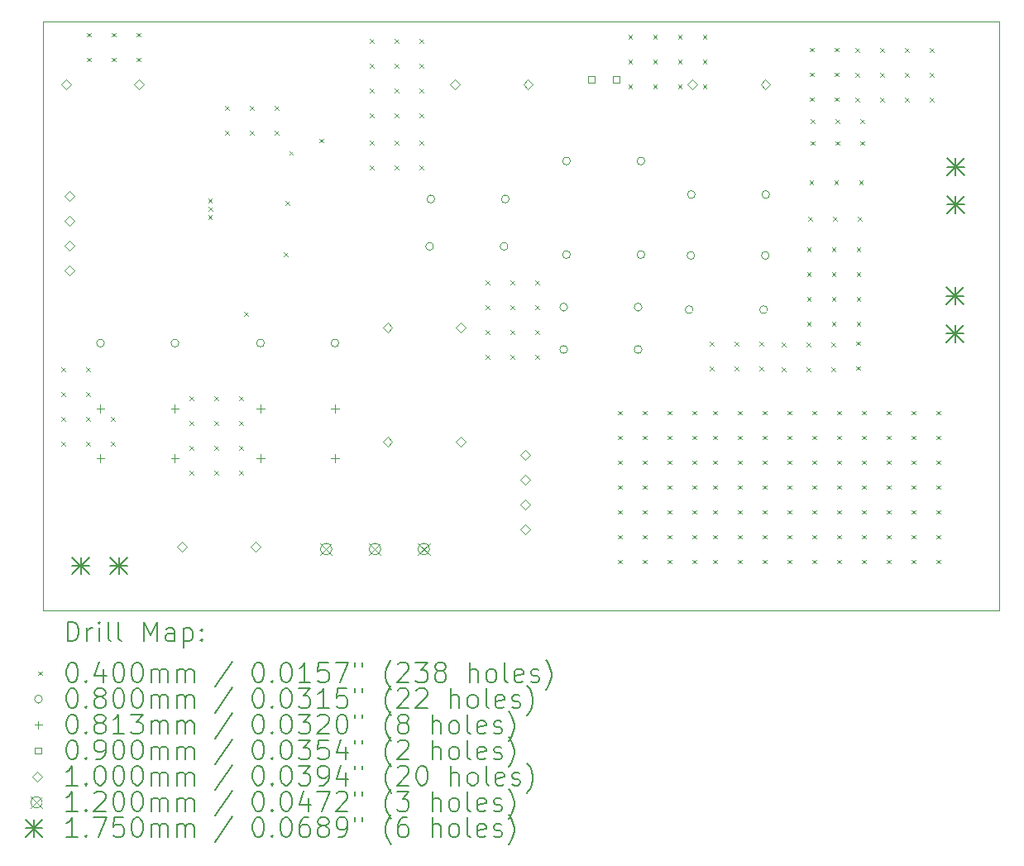
<source format=gbr>
%TF.GenerationSoftware,KiCad,Pcbnew,6.0.8-f2edbf62ab~116~ubuntu20.04.1*%
%TF.CreationDate,2023-02-28T14:51:59-03:00*%
%TF.ProjectId,placa-TAI,706c6163-612d-4544-9149-2e6b69636164,rev?*%
%TF.SameCoordinates,Original*%
%TF.FileFunction,Drillmap*%
%TF.FilePolarity,Positive*%
%FSLAX45Y45*%
G04 Gerber Fmt 4.5, Leading zero omitted, Abs format (unit mm)*
G04 Created by KiCad (PCBNEW 6.0.8-f2edbf62ab~116~ubuntu20.04.1) date 2023-02-28 14:51:59*
%MOMM*%
%LPD*%
G01*
G04 APERTURE LIST*
%ADD10C,0.100000*%
%ADD11C,0.200000*%
%ADD12C,0.040000*%
%ADD13C,0.080000*%
%ADD14C,0.081280*%
%ADD15C,0.090000*%
%ADD16C,0.120000*%
%ADD17C,0.175000*%
G04 APERTURE END LIST*
D10*
X9115000Y-6069000D02*
X18907000Y-6069000D01*
X18907000Y-6069000D02*
X18907000Y-12100000D01*
X18907000Y-12100000D02*
X9115000Y-12100000D01*
X9115000Y-12100000D02*
X9115000Y-6069000D01*
D11*
D12*
X9307000Y-9615000D02*
X9347000Y-9655000D01*
X9347000Y-9615000D02*
X9307000Y-9655000D01*
X9307000Y-9869000D02*
X9347000Y-9909000D01*
X9347000Y-9869000D02*
X9307000Y-9909000D01*
X9307000Y-10123000D02*
X9347000Y-10163000D01*
X9347000Y-10123000D02*
X9307000Y-10163000D01*
X9307000Y-10377000D02*
X9347000Y-10417000D01*
X9347000Y-10377000D02*
X9307000Y-10417000D01*
X9561000Y-9615000D02*
X9601000Y-9655000D01*
X9601000Y-9615000D02*
X9561000Y-9655000D01*
X9561000Y-9869000D02*
X9601000Y-9909000D01*
X9601000Y-9869000D02*
X9561000Y-9909000D01*
X9561000Y-10123000D02*
X9601000Y-10163000D01*
X9601000Y-10123000D02*
X9561000Y-10163000D01*
X9561000Y-10377000D02*
X9601000Y-10417000D01*
X9601000Y-10377000D02*
X9561000Y-10417000D01*
X9566000Y-6188000D02*
X9606000Y-6228000D01*
X9606000Y-6188000D02*
X9566000Y-6228000D01*
X9566000Y-6442000D02*
X9606000Y-6482000D01*
X9606000Y-6442000D02*
X9566000Y-6482000D01*
X9815000Y-10123000D02*
X9855000Y-10163000D01*
X9855000Y-10123000D02*
X9815000Y-10163000D01*
X9815000Y-10377000D02*
X9855000Y-10417000D01*
X9855000Y-10377000D02*
X9815000Y-10417000D01*
X9820000Y-6188000D02*
X9860000Y-6228000D01*
X9860000Y-6188000D02*
X9820000Y-6228000D01*
X9820000Y-6442000D02*
X9860000Y-6482000D01*
X9860000Y-6442000D02*
X9820000Y-6482000D01*
X10074000Y-6188000D02*
X10114000Y-6228000D01*
X10114000Y-6188000D02*
X10074000Y-6228000D01*
X10074000Y-6442000D02*
X10114000Y-6482000D01*
X10114000Y-6442000D02*
X10074000Y-6482000D01*
X10617000Y-9908000D02*
X10657000Y-9948000D01*
X10657000Y-9908000D02*
X10617000Y-9948000D01*
X10617000Y-10162000D02*
X10657000Y-10202000D01*
X10657000Y-10162000D02*
X10617000Y-10202000D01*
X10617000Y-10416000D02*
X10657000Y-10456000D01*
X10657000Y-10416000D02*
X10617000Y-10456000D01*
X10617000Y-10670000D02*
X10657000Y-10710000D01*
X10657000Y-10670000D02*
X10617000Y-10710000D01*
X10807000Y-7884000D02*
X10847000Y-7924000D01*
X10847000Y-7884000D02*
X10807000Y-7924000D01*
X10807000Y-8056000D02*
X10847000Y-8096000D01*
X10847000Y-8056000D02*
X10807000Y-8096000D01*
X10809000Y-7973000D02*
X10849000Y-8013000D01*
X10849000Y-7973000D02*
X10809000Y-8013000D01*
X10871000Y-9908000D02*
X10911000Y-9948000D01*
X10911000Y-9908000D02*
X10871000Y-9948000D01*
X10871000Y-10162000D02*
X10911000Y-10202000D01*
X10911000Y-10162000D02*
X10871000Y-10202000D01*
X10871000Y-10416000D02*
X10911000Y-10456000D01*
X10911000Y-10416000D02*
X10871000Y-10456000D01*
X10871000Y-10670000D02*
X10911000Y-10710000D01*
X10911000Y-10670000D02*
X10871000Y-10710000D01*
X10983000Y-6938000D02*
X11023000Y-6978000D01*
X11023000Y-6938000D02*
X10983000Y-6978000D01*
X10983000Y-7192000D02*
X11023000Y-7232000D01*
X11023000Y-7192000D02*
X10983000Y-7232000D01*
X11125000Y-9908000D02*
X11165000Y-9948000D01*
X11165000Y-9908000D02*
X11125000Y-9948000D01*
X11125000Y-10162000D02*
X11165000Y-10202000D01*
X11165000Y-10162000D02*
X11125000Y-10202000D01*
X11125000Y-10416000D02*
X11165000Y-10456000D01*
X11165000Y-10416000D02*
X11125000Y-10456000D01*
X11125000Y-10670000D02*
X11165000Y-10710000D01*
X11165000Y-10670000D02*
X11125000Y-10710000D01*
X11176000Y-9045000D02*
X11216000Y-9085000D01*
X11216000Y-9045000D02*
X11176000Y-9085000D01*
X11237000Y-6938000D02*
X11277000Y-6978000D01*
X11277000Y-6938000D02*
X11237000Y-6978000D01*
X11237000Y-7192000D02*
X11277000Y-7232000D01*
X11277000Y-7192000D02*
X11237000Y-7232000D01*
X11491000Y-6938000D02*
X11531000Y-6978000D01*
X11531000Y-6938000D02*
X11491000Y-6978000D01*
X11491000Y-7192000D02*
X11531000Y-7232000D01*
X11531000Y-7192000D02*
X11491000Y-7232000D01*
X11583370Y-8435230D02*
X11623370Y-8475230D01*
X11623370Y-8435230D02*
X11583370Y-8475230D01*
X11598000Y-7911000D02*
X11638000Y-7951000D01*
X11638000Y-7911000D02*
X11598000Y-7951000D01*
X11637860Y-7398000D02*
X11677860Y-7438000D01*
X11677860Y-7398000D02*
X11637860Y-7438000D01*
X11944180Y-7270760D02*
X11984180Y-7310760D01*
X11984180Y-7270760D02*
X11944180Y-7310760D01*
X12461000Y-7293000D02*
X12501000Y-7333000D01*
X12501000Y-7293000D02*
X12461000Y-7333000D01*
X12461000Y-7547000D02*
X12501000Y-7587000D01*
X12501000Y-7547000D02*
X12461000Y-7587000D01*
X12465000Y-6251000D02*
X12505000Y-6291000D01*
X12505000Y-6251000D02*
X12465000Y-6291000D01*
X12465000Y-6505000D02*
X12505000Y-6545000D01*
X12505000Y-6505000D02*
X12465000Y-6545000D01*
X12465000Y-6759000D02*
X12505000Y-6799000D01*
X12505000Y-6759000D02*
X12465000Y-6799000D01*
X12465000Y-7013000D02*
X12505000Y-7053000D01*
X12505000Y-7013000D02*
X12465000Y-7053000D01*
X12715000Y-7293000D02*
X12755000Y-7333000D01*
X12755000Y-7293000D02*
X12715000Y-7333000D01*
X12715000Y-7547000D02*
X12755000Y-7587000D01*
X12755000Y-7547000D02*
X12715000Y-7587000D01*
X12719000Y-6251000D02*
X12759000Y-6291000D01*
X12759000Y-6251000D02*
X12719000Y-6291000D01*
X12719000Y-6505000D02*
X12759000Y-6545000D01*
X12759000Y-6505000D02*
X12719000Y-6545000D01*
X12719000Y-6759000D02*
X12759000Y-6799000D01*
X12759000Y-6759000D02*
X12719000Y-6799000D01*
X12719000Y-7013000D02*
X12759000Y-7053000D01*
X12759000Y-7013000D02*
X12719000Y-7053000D01*
X12969000Y-7293000D02*
X13009000Y-7333000D01*
X13009000Y-7293000D02*
X12969000Y-7333000D01*
X12969000Y-7547000D02*
X13009000Y-7587000D01*
X13009000Y-7547000D02*
X12969000Y-7587000D01*
X12973000Y-6251000D02*
X13013000Y-6291000D01*
X13013000Y-6251000D02*
X12973000Y-6291000D01*
X12973000Y-6505000D02*
X13013000Y-6545000D01*
X13013000Y-6505000D02*
X12973000Y-6545000D01*
X12973000Y-6759000D02*
X13013000Y-6799000D01*
X13013000Y-6759000D02*
X12973000Y-6799000D01*
X12973000Y-7013000D02*
X13013000Y-7053000D01*
X13013000Y-7013000D02*
X12973000Y-7053000D01*
X13649000Y-8725000D02*
X13689000Y-8765000D01*
X13689000Y-8725000D02*
X13649000Y-8765000D01*
X13649000Y-8979000D02*
X13689000Y-9019000D01*
X13689000Y-8979000D02*
X13649000Y-9019000D01*
X13649000Y-9233000D02*
X13689000Y-9273000D01*
X13689000Y-9233000D02*
X13649000Y-9273000D01*
X13649000Y-9487000D02*
X13689000Y-9527000D01*
X13689000Y-9487000D02*
X13649000Y-9527000D01*
X13903000Y-8725000D02*
X13943000Y-8765000D01*
X13943000Y-8725000D02*
X13903000Y-8765000D01*
X13903000Y-8979000D02*
X13943000Y-9019000D01*
X13943000Y-8979000D02*
X13903000Y-9019000D01*
X13903000Y-9233000D02*
X13943000Y-9273000D01*
X13943000Y-9233000D02*
X13903000Y-9273000D01*
X13903000Y-9487000D02*
X13943000Y-9527000D01*
X13943000Y-9487000D02*
X13903000Y-9527000D01*
X14157000Y-8725000D02*
X14197000Y-8765000D01*
X14197000Y-8725000D02*
X14157000Y-8765000D01*
X14157000Y-8979000D02*
X14197000Y-9019000D01*
X14197000Y-8979000D02*
X14157000Y-9019000D01*
X14157000Y-9233000D02*
X14197000Y-9273000D01*
X14197000Y-9233000D02*
X14157000Y-9273000D01*
X14157000Y-9487000D02*
X14197000Y-9527000D01*
X14197000Y-9487000D02*
X14157000Y-9527000D01*
X15001000Y-10056000D02*
X15041000Y-10096000D01*
X15041000Y-10056000D02*
X15001000Y-10096000D01*
X15001000Y-10310000D02*
X15041000Y-10350000D01*
X15041000Y-10310000D02*
X15001000Y-10350000D01*
X15001000Y-10564000D02*
X15041000Y-10604000D01*
X15041000Y-10564000D02*
X15001000Y-10604000D01*
X15001000Y-10818000D02*
X15041000Y-10858000D01*
X15041000Y-10818000D02*
X15001000Y-10858000D01*
X15001000Y-11072000D02*
X15041000Y-11112000D01*
X15041000Y-11072000D02*
X15001000Y-11112000D01*
X15001000Y-11326000D02*
X15041000Y-11366000D01*
X15041000Y-11326000D02*
X15001000Y-11366000D01*
X15001000Y-11580000D02*
X15041000Y-11620000D01*
X15041000Y-11580000D02*
X15001000Y-11620000D01*
X15109000Y-6207000D02*
X15149000Y-6247000D01*
X15149000Y-6207000D02*
X15109000Y-6247000D01*
X15109000Y-6461000D02*
X15149000Y-6501000D01*
X15149000Y-6461000D02*
X15109000Y-6501000D01*
X15109000Y-6715000D02*
X15149000Y-6755000D01*
X15149000Y-6715000D02*
X15109000Y-6755000D01*
X15255000Y-10056000D02*
X15295000Y-10096000D01*
X15295000Y-10056000D02*
X15255000Y-10096000D01*
X15255000Y-10310000D02*
X15295000Y-10350000D01*
X15295000Y-10310000D02*
X15255000Y-10350000D01*
X15255000Y-10564000D02*
X15295000Y-10604000D01*
X15295000Y-10564000D02*
X15255000Y-10604000D01*
X15255000Y-10818000D02*
X15295000Y-10858000D01*
X15295000Y-10818000D02*
X15255000Y-10858000D01*
X15255000Y-11072000D02*
X15295000Y-11112000D01*
X15295000Y-11072000D02*
X15255000Y-11112000D01*
X15255000Y-11326000D02*
X15295000Y-11366000D01*
X15295000Y-11326000D02*
X15255000Y-11366000D01*
X15255000Y-11580000D02*
X15295000Y-11620000D01*
X15295000Y-11580000D02*
X15255000Y-11620000D01*
X15363000Y-6207000D02*
X15403000Y-6247000D01*
X15403000Y-6207000D02*
X15363000Y-6247000D01*
X15363000Y-6461000D02*
X15403000Y-6501000D01*
X15403000Y-6461000D02*
X15363000Y-6501000D01*
X15363000Y-6715000D02*
X15403000Y-6755000D01*
X15403000Y-6715000D02*
X15363000Y-6755000D01*
X15509000Y-10056000D02*
X15549000Y-10096000D01*
X15549000Y-10056000D02*
X15509000Y-10096000D01*
X15509000Y-10310000D02*
X15549000Y-10350000D01*
X15549000Y-10310000D02*
X15509000Y-10350000D01*
X15509000Y-10564000D02*
X15549000Y-10604000D01*
X15549000Y-10564000D02*
X15509000Y-10604000D01*
X15509000Y-10818000D02*
X15549000Y-10858000D01*
X15549000Y-10818000D02*
X15509000Y-10858000D01*
X15509000Y-11072000D02*
X15549000Y-11112000D01*
X15549000Y-11072000D02*
X15509000Y-11112000D01*
X15509000Y-11326000D02*
X15549000Y-11366000D01*
X15549000Y-11326000D02*
X15509000Y-11366000D01*
X15509000Y-11580000D02*
X15549000Y-11620000D01*
X15549000Y-11580000D02*
X15509000Y-11620000D01*
X15617000Y-6207000D02*
X15657000Y-6247000D01*
X15657000Y-6207000D02*
X15617000Y-6247000D01*
X15617000Y-6461000D02*
X15657000Y-6501000D01*
X15657000Y-6461000D02*
X15617000Y-6501000D01*
X15617000Y-6715000D02*
X15657000Y-6755000D01*
X15657000Y-6715000D02*
X15617000Y-6755000D01*
X15763000Y-10056000D02*
X15803000Y-10096000D01*
X15803000Y-10056000D02*
X15763000Y-10096000D01*
X15763000Y-10310000D02*
X15803000Y-10350000D01*
X15803000Y-10310000D02*
X15763000Y-10350000D01*
X15763000Y-10564000D02*
X15803000Y-10604000D01*
X15803000Y-10564000D02*
X15763000Y-10604000D01*
X15763000Y-10818000D02*
X15803000Y-10858000D01*
X15803000Y-10818000D02*
X15763000Y-10858000D01*
X15763000Y-11072000D02*
X15803000Y-11112000D01*
X15803000Y-11072000D02*
X15763000Y-11112000D01*
X15763000Y-11326000D02*
X15803000Y-11366000D01*
X15803000Y-11326000D02*
X15763000Y-11366000D01*
X15763000Y-11580000D02*
X15803000Y-11620000D01*
X15803000Y-11580000D02*
X15763000Y-11620000D01*
X15871000Y-6207000D02*
X15911000Y-6247000D01*
X15911000Y-6207000D02*
X15871000Y-6247000D01*
X15871000Y-6461000D02*
X15911000Y-6501000D01*
X15911000Y-6461000D02*
X15871000Y-6501000D01*
X15871000Y-6715000D02*
X15911000Y-6755000D01*
X15911000Y-6715000D02*
X15871000Y-6755000D01*
X15945000Y-9350000D02*
X15985000Y-9390000D01*
X15985000Y-9350000D02*
X15945000Y-9390000D01*
X15945000Y-9604000D02*
X15985000Y-9644000D01*
X15985000Y-9604000D02*
X15945000Y-9644000D01*
X15974000Y-10058000D02*
X16014000Y-10098000D01*
X16014000Y-10058000D02*
X15974000Y-10098000D01*
X15974000Y-10312000D02*
X16014000Y-10352000D01*
X16014000Y-10312000D02*
X15974000Y-10352000D01*
X15974000Y-10566000D02*
X16014000Y-10606000D01*
X16014000Y-10566000D02*
X15974000Y-10606000D01*
X15974000Y-10820000D02*
X16014000Y-10860000D01*
X16014000Y-10820000D02*
X15974000Y-10860000D01*
X15974000Y-11074000D02*
X16014000Y-11114000D01*
X16014000Y-11074000D02*
X15974000Y-11114000D01*
X15974000Y-11328000D02*
X16014000Y-11368000D01*
X16014000Y-11328000D02*
X15974000Y-11368000D01*
X15974000Y-11582000D02*
X16014000Y-11622000D01*
X16014000Y-11582000D02*
X15974000Y-11622000D01*
X16199000Y-9350000D02*
X16239000Y-9390000D01*
X16239000Y-9350000D02*
X16199000Y-9390000D01*
X16199000Y-9604000D02*
X16239000Y-9644000D01*
X16239000Y-9604000D02*
X16199000Y-9644000D01*
X16228000Y-10058000D02*
X16268000Y-10098000D01*
X16268000Y-10058000D02*
X16228000Y-10098000D01*
X16228000Y-10312000D02*
X16268000Y-10352000D01*
X16268000Y-10312000D02*
X16228000Y-10352000D01*
X16228000Y-10566000D02*
X16268000Y-10606000D01*
X16268000Y-10566000D02*
X16228000Y-10606000D01*
X16228000Y-10820000D02*
X16268000Y-10860000D01*
X16268000Y-10820000D02*
X16228000Y-10860000D01*
X16228000Y-11074000D02*
X16268000Y-11114000D01*
X16268000Y-11074000D02*
X16228000Y-11114000D01*
X16228000Y-11328000D02*
X16268000Y-11368000D01*
X16268000Y-11328000D02*
X16228000Y-11368000D01*
X16228000Y-11582000D02*
X16268000Y-11622000D01*
X16268000Y-11582000D02*
X16228000Y-11622000D01*
X16453000Y-9350000D02*
X16493000Y-9390000D01*
X16493000Y-9350000D02*
X16453000Y-9390000D01*
X16453000Y-9604000D02*
X16493000Y-9644000D01*
X16493000Y-9604000D02*
X16453000Y-9644000D01*
X16482000Y-10058000D02*
X16522000Y-10098000D01*
X16522000Y-10058000D02*
X16482000Y-10098000D01*
X16482000Y-10312000D02*
X16522000Y-10352000D01*
X16522000Y-10312000D02*
X16482000Y-10352000D01*
X16482000Y-10566000D02*
X16522000Y-10606000D01*
X16522000Y-10566000D02*
X16482000Y-10606000D01*
X16482000Y-10820000D02*
X16522000Y-10860000D01*
X16522000Y-10820000D02*
X16482000Y-10860000D01*
X16482000Y-11074000D02*
X16522000Y-11114000D01*
X16522000Y-11074000D02*
X16482000Y-11114000D01*
X16482000Y-11328000D02*
X16522000Y-11368000D01*
X16522000Y-11328000D02*
X16482000Y-11368000D01*
X16482000Y-11582000D02*
X16522000Y-11622000D01*
X16522000Y-11582000D02*
X16482000Y-11622000D01*
X16679000Y-9356000D02*
X16719000Y-9396000D01*
X16719000Y-9356000D02*
X16679000Y-9396000D01*
X16679000Y-9610000D02*
X16719000Y-9650000D01*
X16719000Y-9610000D02*
X16679000Y-9650000D01*
X16736000Y-10058000D02*
X16776000Y-10098000D01*
X16776000Y-10058000D02*
X16736000Y-10098000D01*
X16736000Y-10312000D02*
X16776000Y-10352000D01*
X16776000Y-10312000D02*
X16736000Y-10352000D01*
X16736000Y-10566000D02*
X16776000Y-10606000D01*
X16776000Y-10566000D02*
X16736000Y-10606000D01*
X16736000Y-10820000D02*
X16776000Y-10860000D01*
X16776000Y-10820000D02*
X16736000Y-10860000D01*
X16736000Y-11074000D02*
X16776000Y-11114000D01*
X16776000Y-11074000D02*
X16736000Y-11114000D01*
X16736000Y-11328000D02*
X16776000Y-11368000D01*
X16776000Y-11328000D02*
X16736000Y-11368000D01*
X16736000Y-11582000D02*
X16776000Y-11622000D01*
X16776000Y-11582000D02*
X16736000Y-11622000D01*
X16933000Y-9356000D02*
X16973000Y-9396000D01*
X16973000Y-9356000D02*
X16933000Y-9396000D01*
X16933000Y-9610000D02*
X16973000Y-9650000D01*
X16973000Y-9610000D02*
X16933000Y-9650000D01*
X16936000Y-8385000D02*
X16976000Y-8425000D01*
X16976000Y-8385000D02*
X16936000Y-8425000D01*
X16936000Y-8639000D02*
X16976000Y-8679000D01*
X16976000Y-8639000D02*
X16936000Y-8679000D01*
X16936000Y-8893000D02*
X16976000Y-8933000D01*
X16976000Y-8893000D02*
X16936000Y-8933000D01*
X16936000Y-9147000D02*
X16976000Y-9187000D01*
X16976000Y-9147000D02*
X16936000Y-9187000D01*
X16947000Y-8074000D02*
X16987000Y-8114000D01*
X16987000Y-8074000D02*
X16947000Y-8114000D01*
X16963000Y-7697000D02*
X17003000Y-7737000D01*
X17003000Y-7697000D02*
X16963000Y-7737000D01*
X16966000Y-6341000D02*
X17006000Y-6381000D01*
X17006000Y-6341000D02*
X16966000Y-6381000D01*
X16966000Y-6595000D02*
X17006000Y-6635000D01*
X17006000Y-6595000D02*
X16966000Y-6635000D01*
X16966000Y-6849000D02*
X17006000Y-6889000D01*
X17006000Y-6849000D02*
X16966000Y-6889000D01*
X16975000Y-7073000D02*
X17015000Y-7113000D01*
X17015000Y-7073000D02*
X16975000Y-7113000D01*
X16975000Y-7297000D02*
X17015000Y-7337000D01*
X17015000Y-7297000D02*
X16975000Y-7337000D01*
X16990000Y-10058000D02*
X17030000Y-10098000D01*
X17030000Y-10058000D02*
X16990000Y-10098000D01*
X16990000Y-10312000D02*
X17030000Y-10352000D01*
X17030000Y-10312000D02*
X16990000Y-10352000D01*
X16990000Y-10566000D02*
X17030000Y-10606000D01*
X17030000Y-10566000D02*
X16990000Y-10606000D01*
X16990000Y-10820000D02*
X17030000Y-10860000D01*
X17030000Y-10820000D02*
X16990000Y-10860000D01*
X16990000Y-11074000D02*
X17030000Y-11114000D01*
X17030000Y-11074000D02*
X16990000Y-11114000D01*
X16990000Y-11328000D02*
X17030000Y-11368000D01*
X17030000Y-11328000D02*
X16990000Y-11368000D01*
X16990000Y-11582000D02*
X17030000Y-11622000D01*
X17030000Y-11582000D02*
X16990000Y-11622000D01*
X17187000Y-9356000D02*
X17227000Y-9396000D01*
X17227000Y-9356000D02*
X17187000Y-9396000D01*
X17187000Y-9610000D02*
X17227000Y-9650000D01*
X17227000Y-9610000D02*
X17187000Y-9650000D01*
X17190000Y-8385000D02*
X17230000Y-8425000D01*
X17230000Y-8385000D02*
X17190000Y-8425000D01*
X17190000Y-8639000D02*
X17230000Y-8679000D01*
X17230000Y-8639000D02*
X17190000Y-8679000D01*
X17190000Y-8893000D02*
X17230000Y-8933000D01*
X17230000Y-8893000D02*
X17190000Y-8933000D01*
X17190000Y-9147000D02*
X17230000Y-9187000D01*
X17230000Y-9147000D02*
X17190000Y-9187000D01*
X17201000Y-8074000D02*
X17241000Y-8114000D01*
X17241000Y-8074000D02*
X17201000Y-8114000D01*
X17217000Y-7697000D02*
X17257000Y-7737000D01*
X17257000Y-7697000D02*
X17217000Y-7737000D01*
X17220000Y-6341000D02*
X17260000Y-6381000D01*
X17260000Y-6341000D02*
X17220000Y-6381000D01*
X17220000Y-6595000D02*
X17260000Y-6635000D01*
X17260000Y-6595000D02*
X17220000Y-6635000D01*
X17220000Y-6849000D02*
X17260000Y-6889000D01*
X17260000Y-6849000D02*
X17220000Y-6889000D01*
X17229000Y-7073000D02*
X17269000Y-7113000D01*
X17269000Y-7073000D02*
X17229000Y-7113000D01*
X17229000Y-7297000D02*
X17269000Y-7337000D01*
X17269000Y-7297000D02*
X17229000Y-7337000D01*
X17244000Y-10058000D02*
X17284000Y-10098000D01*
X17284000Y-10058000D02*
X17244000Y-10098000D01*
X17244000Y-10312000D02*
X17284000Y-10352000D01*
X17284000Y-10312000D02*
X17244000Y-10352000D01*
X17244000Y-10566000D02*
X17284000Y-10606000D01*
X17284000Y-10566000D02*
X17244000Y-10606000D01*
X17244000Y-10820000D02*
X17284000Y-10860000D01*
X17284000Y-10820000D02*
X17244000Y-10860000D01*
X17244000Y-11074000D02*
X17284000Y-11114000D01*
X17284000Y-11074000D02*
X17244000Y-11114000D01*
X17244000Y-11328000D02*
X17284000Y-11368000D01*
X17284000Y-11328000D02*
X17244000Y-11368000D01*
X17244000Y-11582000D02*
X17284000Y-11622000D01*
X17284000Y-11582000D02*
X17244000Y-11622000D01*
X17430000Y-6345000D02*
X17470000Y-6385000D01*
X17470000Y-6345000D02*
X17430000Y-6385000D01*
X17430000Y-6599000D02*
X17470000Y-6639000D01*
X17470000Y-6599000D02*
X17430000Y-6639000D01*
X17430000Y-6853000D02*
X17470000Y-6893000D01*
X17470000Y-6853000D02*
X17430000Y-6893000D01*
X17439000Y-9347000D02*
X17479000Y-9387000D01*
X17479000Y-9347000D02*
X17439000Y-9387000D01*
X17439000Y-9601000D02*
X17479000Y-9641000D01*
X17479000Y-9601000D02*
X17439000Y-9641000D01*
X17444000Y-8385000D02*
X17484000Y-8425000D01*
X17484000Y-8385000D02*
X17444000Y-8425000D01*
X17444000Y-8639000D02*
X17484000Y-8679000D01*
X17484000Y-8639000D02*
X17444000Y-8679000D01*
X17444000Y-8893000D02*
X17484000Y-8933000D01*
X17484000Y-8893000D02*
X17444000Y-8933000D01*
X17444000Y-9147000D02*
X17484000Y-9187000D01*
X17484000Y-9147000D02*
X17444000Y-9187000D01*
X17455000Y-8074000D02*
X17495000Y-8114000D01*
X17495000Y-8074000D02*
X17455000Y-8114000D01*
X17471000Y-7697000D02*
X17511000Y-7737000D01*
X17511000Y-7697000D02*
X17471000Y-7737000D01*
X17483000Y-7073000D02*
X17523000Y-7113000D01*
X17523000Y-7073000D02*
X17483000Y-7113000D01*
X17483000Y-7297000D02*
X17523000Y-7337000D01*
X17523000Y-7297000D02*
X17483000Y-7337000D01*
X17498000Y-10058000D02*
X17538000Y-10098000D01*
X17538000Y-10058000D02*
X17498000Y-10098000D01*
X17498000Y-10312000D02*
X17538000Y-10352000D01*
X17538000Y-10312000D02*
X17498000Y-10352000D01*
X17498000Y-10566000D02*
X17538000Y-10606000D01*
X17538000Y-10566000D02*
X17498000Y-10606000D01*
X17498000Y-10820000D02*
X17538000Y-10860000D01*
X17538000Y-10820000D02*
X17498000Y-10860000D01*
X17498000Y-11074000D02*
X17538000Y-11114000D01*
X17538000Y-11074000D02*
X17498000Y-11114000D01*
X17498000Y-11328000D02*
X17538000Y-11368000D01*
X17538000Y-11328000D02*
X17498000Y-11368000D01*
X17498000Y-11582000D02*
X17538000Y-11622000D01*
X17538000Y-11582000D02*
X17498000Y-11622000D01*
X17684000Y-6345000D02*
X17724000Y-6385000D01*
X17724000Y-6345000D02*
X17684000Y-6385000D01*
X17684000Y-6599000D02*
X17724000Y-6639000D01*
X17724000Y-6599000D02*
X17684000Y-6639000D01*
X17684000Y-6853000D02*
X17724000Y-6893000D01*
X17724000Y-6853000D02*
X17684000Y-6893000D01*
X17752000Y-10058000D02*
X17792000Y-10098000D01*
X17792000Y-10058000D02*
X17752000Y-10098000D01*
X17752000Y-10312000D02*
X17792000Y-10352000D01*
X17792000Y-10312000D02*
X17752000Y-10352000D01*
X17752000Y-10566000D02*
X17792000Y-10606000D01*
X17792000Y-10566000D02*
X17752000Y-10606000D01*
X17752000Y-10820000D02*
X17792000Y-10860000D01*
X17792000Y-10820000D02*
X17752000Y-10860000D01*
X17752000Y-11074000D02*
X17792000Y-11114000D01*
X17792000Y-11074000D02*
X17752000Y-11114000D01*
X17752000Y-11328000D02*
X17792000Y-11368000D01*
X17792000Y-11328000D02*
X17752000Y-11368000D01*
X17752000Y-11582000D02*
X17792000Y-11622000D01*
X17792000Y-11582000D02*
X17752000Y-11622000D01*
X17938000Y-6345000D02*
X17978000Y-6385000D01*
X17978000Y-6345000D02*
X17938000Y-6385000D01*
X17938000Y-6599000D02*
X17978000Y-6639000D01*
X17978000Y-6599000D02*
X17938000Y-6639000D01*
X17938000Y-6853000D02*
X17978000Y-6893000D01*
X17978000Y-6853000D02*
X17938000Y-6893000D01*
X18006000Y-10058000D02*
X18046000Y-10098000D01*
X18046000Y-10058000D02*
X18006000Y-10098000D01*
X18006000Y-10312000D02*
X18046000Y-10352000D01*
X18046000Y-10312000D02*
X18006000Y-10352000D01*
X18006000Y-10566000D02*
X18046000Y-10606000D01*
X18046000Y-10566000D02*
X18006000Y-10606000D01*
X18006000Y-10820000D02*
X18046000Y-10860000D01*
X18046000Y-10820000D02*
X18006000Y-10860000D01*
X18006000Y-11074000D02*
X18046000Y-11114000D01*
X18046000Y-11074000D02*
X18006000Y-11114000D01*
X18006000Y-11328000D02*
X18046000Y-11368000D01*
X18046000Y-11328000D02*
X18006000Y-11368000D01*
X18006000Y-11582000D02*
X18046000Y-11622000D01*
X18046000Y-11582000D02*
X18006000Y-11622000D01*
X18192000Y-6345000D02*
X18232000Y-6385000D01*
X18232000Y-6345000D02*
X18192000Y-6385000D01*
X18192000Y-6599000D02*
X18232000Y-6639000D01*
X18232000Y-6599000D02*
X18192000Y-6639000D01*
X18192000Y-6853000D02*
X18232000Y-6893000D01*
X18232000Y-6853000D02*
X18192000Y-6893000D01*
X18260000Y-10058000D02*
X18300000Y-10098000D01*
X18300000Y-10058000D02*
X18260000Y-10098000D01*
X18260000Y-10312000D02*
X18300000Y-10352000D01*
X18300000Y-10312000D02*
X18260000Y-10352000D01*
X18260000Y-10566000D02*
X18300000Y-10606000D01*
X18300000Y-10566000D02*
X18260000Y-10606000D01*
X18260000Y-10820000D02*
X18300000Y-10860000D01*
X18300000Y-10820000D02*
X18260000Y-10860000D01*
X18260000Y-11074000D02*
X18300000Y-11114000D01*
X18300000Y-11074000D02*
X18260000Y-11114000D01*
X18260000Y-11328000D02*
X18300000Y-11368000D01*
X18300000Y-11328000D02*
X18260000Y-11368000D01*
X18260000Y-11582000D02*
X18300000Y-11622000D01*
X18300000Y-11582000D02*
X18260000Y-11622000D01*
D13*
X9745000Y-9364000D02*
G75*
G03*
X9745000Y-9364000I-40000J0D01*
G01*
X10507000Y-9364000D02*
G75*
G03*
X10507000Y-9364000I-40000J0D01*
G01*
X11383000Y-9364000D02*
G75*
G03*
X11383000Y-9364000I-40000J0D01*
G01*
X12145000Y-9364000D02*
G75*
G03*
X12145000Y-9364000I-40000J0D01*
G01*
X13114000Y-8374000D02*
G75*
G03*
X13114000Y-8374000I-40000J0D01*
G01*
X13127000Y-7889000D02*
G75*
G03*
X13127000Y-7889000I-40000J0D01*
G01*
X13876000Y-8374000D02*
G75*
G03*
X13876000Y-8374000I-40000J0D01*
G01*
X13889000Y-7889000D02*
G75*
G03*
X13889000Y-7889000I-40000J0D01*
G01*
X14486000Y-8996000D02*
G75*
G03*
X14486000Y-8996000I-40000J0D01*
G01*
X14486000Y-9429000D02*
G75*
G03*
X14486000Y-9429000I-40000J0D01*
G01*
X14515000Y-7501000D02*
G75*
G03*
X14515000Y-7501000I-40000J0D01*
G01*
X14515000Y-8458000D02*
G75*
G03*
X14515000Y-8458000I-40000J0D01*
G01*
X15248000Y-8996000D02*
G75*
G03*
X15248000Y-8996000I-40000J0D01*
G01*
X15248000Y-9429000D02*
G75*
G03*
X15248000Y-9429000I-40000J0D01*
G01*
X15277000Y-7501000D02*
G75*
G03*
X15277000Y-7501000I-40000J0D01*
G01*
X15277000Y-8458000D02*
G75*
G03*
X15277000Y-8458000I-40000J0D01*
G01*
X15771000Y-9021000D02*
G75*
G03*
X15771000Y-9021000I-40000J0D01*
G01*
X15788000Y-8467000D02*
G75*
G03*
X15788000Y-8467000I-40000J0D01*
G01*
X15793000Y-7843000D02*
G75*
G03*
X15793000Y-7843000I-40000J0D01*
G01*
X16533000Y-9021000D02*
G75*
G03*
X16533000Y-9021000I-40000J0D01*
G01*
X16550000Y-8467000D02*
G75*
G03*
X16550000Y-8467000I-40000J0D01*
G01*
X16555000Y-7843000D02*
G75*
G03*
X16555000Y-7843000I-40000J0D01*
G01*
D14*
X9705000Y-9995360D02*
X9705000Y-10076640D01*
X9664360Y-10036000D02*
X9745640Y-10036000D01*
X9705000Y-10503360D02*
X9705000Y-10584640D01*
X9664360Y-10544000D02*
X9745640Y-10544000D01*
X10467000Y-9995360D02*
X10467000Y-10076640D01*
X10426360Y-10036000D02*
X10507640Y-10036000D01*
X10467000Y-10503360D02*
X10467000Y-10584640D01*
X10426360Y-10544000D02*
X10507640Y-10544000D01*
X11343000Y-9995360D02*
X11343000Y-10076640D01*
X11302360Y-10036000D02*
X11383640Y-10036000D01*
X11343000Y-10503360D02*
X11343000Y-10584640D01*
X11302360Y-10544000D02*
X11383640Y-10544000D01*
X12105000Y-9995360D02*
X12105000Y-10076640D01*
X12064360Y-10036000D02*
X12145640Y-10036000D01*
X12105000Y-10503360D02*
X12105000Y-10584640D01*
X12064360Y-10544000D02*
X12145640Y-10544000D01*
D15*
X14760320Y-6696820D02*
X14760320Y-6633180D01*
X14696680Y-6633180D01*
X14696680Y-6696820D01*
X14760320Y-6696820D01*
X15014320Y-6696820D02*
X15014320Y-6633180D01*
X14950680Y-6633180D01*
X14950680Y-6696820D01*
X15014320Y-6696820D01*
D10*
X9351232Y-6768000D02*
X9401232Y-6718000D01*
X9351232Y-6668000D01*
X9301232Y-6718000D01*
X9351232Y-6768000D01*
X9387500Y-7912000D02*
X9437500Y-7862000D01*
X9387500Y-7812000D01*
X9337500Y-7862000D01*
X9387500Y-7912000D01*
X9387500Y-8166000D02*
X9437500Y-8116000D01*
X9387500Y-8066000D01*
X9337500Y-8116000D01*
X9387500Y-8166000D01*
X9387500Y-8420000D02*
X9437500Y-8370000D01*
X9387500Y-8320000D01*
X9337500Y-8370000D01*
X9387500Y-8420000D01*
X9387500Y-8674000D02*
X9437500Y-8624000D01*
X9387500Y-8574000D01*
X9337500Y-8624000D01*
X9387500Y-8674000D01*
X10101232Y-6768000D02*
X10151232Y-6718000D01*
X10101232Y-6668000D01*
X10051232Y-6718000D01*
X10101232Y-6768000D01*
X10540230Y-11496000D02*
X10590230Y-11446000D01*
X10540230Y-11396000D01*
X10490230Y-11446000D01*
X10540230Y-11496000D01*
X11290230Y-11496000D02*
X11340230Y-11446000D01*
X11290230Y-11396000D01*
X11240230Y-11446000D01*
X11290230Y-11496000D01*
X12643232Y-9253000D02*
X12693232Y-9203000D01*
X12643232Y-9153000D01*
X12593232Y-9203000D01*
X12643232Y-9253000D01*
X12643232Y-10425000D02*
X12693232Y-10375000D01*
X12643232Y-10325000D01*
X12593232Y-10375000D01*
X12643232Y-10425000D01*
X13332230Y-6768000D02*
X13382230Y-6718000D01*
X13332230Y-6668000D01*
X13282230Y-6718000D01*
X13332230Y-6768000D01*
X13393232Y-9253000D02*
X13443232Y-9203000D01*
X13393232Y-9153000D01*
X13343232Y-9203000D01*
X13393232Y-9253000D01*
X13393232Y-10425000D02*
X13443232Y-10375000D01*
X13393232Y-10325000D01*
X13343232Y-10375000D01*
X13393232Y-10425000D01*
X14050500Y-10561000D02*
X14100500Y-10511000D01*
X14050500Y-10461000D01*
X14000500Y-10511000D01*
X14050500Y-10561000D01*
X14050500Y-10815000D02*
X14100500Y-10765000D01*
X14050500Y-10715000D01*
X14000500Y-10765000D01*
X14050500Y-10815000D01*
X14050500Y-11069000D02*
X14100500Y-11019000D01*
X14050500Y-10969000D01*
X14000500Y-11019000D01*
X14050500Y-11069000D01*
X14050500Y-11323000D02*
X14100500Y-11273000D01*
X14050500Y-11223000D01*
X14000500Y-11273000D01*
X14050500Y-11323000D01*
X14082230Y-6768000D02*
X14132230Y-6718000D01*
X14082230Y-6668000D01*
X14032230Y-6718000D01*
X14082230Y-6768000D01*
X15761770Y-6768000D02*
X15811770Y-6718000D01*
X15761770Y-6668000D01*
X15711770Y-6718000D01*
X15761770Y-6768000D01*
X16511770Y-6768000D02*
X16561770Y-6718000D01*
X16511770Y-6668000D01*
X16461770Y-6718000D01*
X16511770Y-6768000D01*
D16*
X11955000Y-11413000D02*
X12075000Y-11533000D01*
X12075000Y-11413000D02*
X11955000Y-11533000D01*
X12075000Y-11473000D02*
G75*
G03*
X12075000Y-11473000I-60000J0D01*
G01*
X12455000Y-11413000D02*
X12575000Y-11533000D01*
X12575000Y-11413000D02*
X12455000Y-11533000D01*
X12575000Y-11473000D02*
G75*
G03*
X12575000Y-11473000I-60000J0D01*
G01*
X12955000Y-11413000D02*
X13075000Y-11533000D01*
X13075000Y-11413000D02*
X12955000Y-11533000D01*
X13075000Y-11473000D02*
G75*
G03*
X13075000Y-11473000I-60000J0D01*
G01*
D17*
X9416500Y-11555500D02*
X9591500Y-11730500D01*
X9591500Y-11555500D02*
X9416500Y-11730500D01*
X9504000Y-11555500D02*
X9504000Y-11730500D01*
X9416500Y-11643000D02*
X9591500Y-11643000D01*
X9804500Y-11555500D02*
X9979500Y-11730500D01*
X9979500Y-11555500D02*
X9804500Y-11730500D01*
X9892000Y-11555500D02*
X9892000Y-11730500D01*
X9804500Y-11643000D02*
X9979500Y-11643000D01*
X18366500Y-8792750D02*
X18541500Y-8967750D01*
X18541500Y-8792750D02*
X18366500Y-8967750D01*
X18454000Y-8792750D02*
X18454000Y-8967750D01*
X18366500Y-8880250D02*
X18541500Y-8880250D01*
X18366500Y-9180750D02*
X18541500Y-9355750D01*
X18541500Y-9180750D02*
X18366500Y-9355750D01*
X18454000Y-9180750D02*
X18454000Y-9355750D01*
X18366500Y-9268250D02*
X18541500Y-9268250D01*
X18371500Y-7472000D02*
X18546500Y-7647000D01*
X18546500Y-7472000D02*
X18371500Y-7647000D01*
X18459000Y-7472000D02*
X18459000Y-7647000D01*
X18371500Y-7559500D02*
X18546500Y-7559500D01*
X18371500Y-7860000D02*
X18546500Y-8035000D01*
X18546500Y-7860000D02*
X18371500Y-8035000D01*
X18459000Y-7860000D02*
X18459000Y-8035000D01*
X18371500Y-7947500D02*
X18546500Y-7947500D01*
D11*
X9367619Y-12415476D02*
X9367619Y-12215476D01*
X9415238Y-12215476D01*
X9443810Y-12225000D01*
X9462857Y-12244048D01*
X9472381Y-12263095D01*
X9481905Y-12301190D01*
X9481905Y-12329762D01*
X9472381Y-12367857D01*
X9462857Y-12386905D01*
X9443810Y-12405952D01*
X9415238Y-12415476D01*
X9367619Y-12415476D01*
X9567619Y-12415476D02*
X9567619Y-12282143D01*
X9567619Y-12320238D02*
X9577143Y-12301190D01*
X9586667Y-12291667D01*
X9605714Y-12282143D01*
X9624762Y-12282143D01*
X9691429Y-12415476D02*
X9691429Y-12282143D01*
X9691429Y-12215476D02*
X9681905Y-12225000D01*
X9691429Y-12234524D01*
X9700952Y-12225000D01*
X9691429Y-12215476D01*
X9691429Y-12234524D01*
X9815238Y-12415476D02*
X9796190Y-12405952D01*
X9786667Y-12386905D01*
X9786667Y-12215476D01*
X9920000Y-12415476D02*
X9900952Y-12405952D01*
X9891429Y-12386905D01*
X9891429Y-12215476D01*
X10148571Y-12415476D02*
X10148571Y-12215476D01*
X10215238Y-12358333D01*
X10281905Y-12215476D01*
X10281905Y-12415476D01*
X10462857Y-12415476D02*
X10462857Y-12310714D01*
X10453333Y-12291667D01*
X10434286Y-12282143D01*
X10396190Y-12282143D01*
X10377143Y-12291667D01*
X10462857Y-12405952D02*
X10443810Y-12415476D01*
X10396190Y-12415476D01*
X10377143Y-12405952D01*
X10367619Y-12386905D01*
X10367619Y-12367857D01*
X10377143Y-12348809D01*
X10396190Y-12339286D01*
X10443810Y-12339286D01*
X10462857Y-12329762D01*
X10558095Y-12282143D02*
X10558095Y-12482143D01*
X10558095Y-12291667D02*
X10577143Y-12282143D01*
X10615238Y-12282143D01*
X10634286Y-12291667D01*
X10643810Y-12301190D01*
X10653333Y-12320238D01*
X10653333Y-12377381D01*
X10643810Y-12396428D01*
X10634286Y-12405952D01*
X10615238Y-12415476D01*
X10577143Y-12415476D01*
X10558095Y-12405952D01*
X10739048Y-12396428D02*
X10748571Y-12405952D01*
X10739048Y-12415476D01*
X10729524Y-12405952D01*
X10739048Y-12396428D01*
X10739048Y-12415476D01*
X10739048Y-12291667D02*
X10748571Y-12301190D01*
X10739048Y-12310714D01*
X10729524Y-12301190D01*
X10739048Y-12291667D01*
X10739048Y-12310714D01*
D12*
X9070000Y-12725000D02*
X9110000Y-12765000D01*
X9110000Y-12725000D02*
X9070000Y-12765000D01*
D11*
X9405714Y-12635476D02*
X9424762Y-12635476D01*
X9443810Y-12645000D01*
X9453333Y-12654524D01*
X9462857Y-12673571D01*
X9472381Y-12711667D01*
X9472381Y-12759286D01*
X9462857Y-12797381D01*
X9453333Y-12816428D01*
X9443810Y-12825952D01*
X9424762Y-12835476D01*
X9405714Y-12835476D01*
X9386667Y-12825952D01*
X9377143Y-12816428D01*
X9367619Y-12797381D01*
X9358095Y-12759286D01*
X9358095Y-12711667D01*
X9367619Y-12673571D01*
X9377143Y-12654524D01*
X9386667Y-12645000D01*
X9405714Y-12635476D01*
X9558095Y-12816428D02*
X9567619Y-12825952D01*
X9558095Y-12835476D01*
X9548571Y-12825952D01*
X9558095Y-12816428D01*
X9558095Y-12835476D01*
X9739048Y-12702143D02*
X9739048Y-12835476D01*
X9691429Y-12625952D02*
X9643810Y-12768809D01*
X9767619Y-12768809D01*
X9881905Y-12635476D02*
X9900952Y-12635476D01*
X9920000Y-12645000D01*
X9929524Y-12654524D01*
X9939048Y-12673571D01*
X9948571Y-12711667D01*
X9948571Y-12759286D01*
X9939048Y-12797381D01*
X9929524Y-12816428D01*
X9920000Y-12825952D01*
X9900952Y-12835476D01*
X9881905Y-12835476D01*
X9862857Y-12825952D01*
X9853333Y-12816428D01*
X9843810Y-12797381D01*
X9834286Y-12759286D01*
X9834286Y-12711667D01*
X9843810Y-12673571D01*
X9853333Y-12654524D01*
X9862857Y-12645000D01*
X9881905Y-12635476D01*
X10072381Y-12635476D02*
X10091429Y-12635476D01*
X10110476Y-12645000D01*
X10120000Y-12654524D01*
X10129524Y-12673571D01*
X10139048Y-12711667D01*
X10139048Y-12759286D01*
X10129524Y-12797381D01*
X10120000Y-12816428D01*
X10110476Y-12825952D01*
X10091429Y-12835476D01*
X10072381Y-12835476D01*
X10053333Y-12825952D01*
X10043810Y-12816428D01*
X10034286Y-12797381D01*
X10024762Y-12759286D01*
X10024762Y-12711667D01*
X10034286Y-12673571D01*
X10043810Y-12654524D01*
X10053333Y-12645000D01*
X10072381Y-12635476D01*
X10224762Y-12835476D02*
X10224762Y-12702143D01*
X10224762Y-12721190D02*
X10234286Y-12711667D01*
X10253333Y-12702143D01*
X10281905Y-12702143D01*
X10300952Y-12711667D01*
X10310476Y-12730714D01*
X10310476Y-12835476D01*
X10310476Y-12730714D02*
X10320000Y-12711667D01*
X10339048Y-12702143D01*
X10367619Y-12702143D01*
X10386667Y-12711667D01*
X10396190Y-12730714D01*
X10396190Y-12835476D01*
X10491429Y-12835476D02*
X10491429Y-12702143D01*
X10491429Y-12721190D02*
X10500952Y-12711667D01*
X10520000Y-12702143D01*
X10548571Y-12702143D01*
X10567619Y-12711667D01*
X10577143Y-12730714D01*
X10577143Y-12835476D01*
X10577143Y-12730714D02*
X10586667Y-12711667D01*
X10605714Y-12702143D01*
X10634286Y-12702143D01*
X10653333Y-12711667D01*
X10662857Y-12730714D01*
X10662857Y-12835476D01*
X11053333Y-12625952D02*
X10881905Y-12883095D01*
X11310476Y-12635476D02*
X11329524Y-12635476D01*
X11348571Y-12645000D01*
X11358095Y-12654524D01*
X11367619Y-12673571D01*
X11377143Y-12711667D01*
X11377143Y-12759286D01*
X11367619Y-12797381D01*
X11358095Y-12816428D01*
X11348571Y-12825952D01*
X11329524Y-12835476D01*
X11310476Y-12835476D01*
X11291428Y-12825952D01*
X11281905Y-12816428D01*
X11272381Y-12797381D01*
X11262857Y-12759286D01*
X11262857Y-12711667D01*
X11272381Y-12673571D01*
X11281905Y-12654524D01*
X11291428Y-12645000D01*
X11310476Y-12635476D01*
X11462857Y-12816428D02*
X11472381Y-12825952D01*
X11462857Y-12835476D01*
X11453333Y-12825952D01*
X11462857Y-12816428D01*
X11462857Y-12835476D01*
X11596190Y-12635476D02*
X11615238Y-12635476D01*
X11634286Y-12645000D01*
X11643809Y-12654524D01*
X11653333Y-12673571D01*
X11662857Y-12711667D01*
X11662857Y-12759286D01*
X11653333Y-12797381D01*
X11643809Y-12816428D01*
X11634286Y-12825952D01*
X11615238Y-12835476D01*
X11596190Y-12835476D01*
X11577143Y-12825952D01*
X11567619Y-12816428D01*
X11558095Y-12797381D01*
X11548571Y-12759286D01*
X11548571Y-12711667D01*
X11558095Y-12673571D01*
X11567619Y-12654524D01*
X11577143Y-12645000D01*
X11596190Y-12635476D01*
X11853333Y-12835476D02*
X11739048Y-12835476D01*
X11796190Y-12835476D02*
X11796190Y-12635476D01*
X11777143Y-12664048D01*
X11758095Y-12683095D01*
X11739048Y-12692619D01*
X12034286Y-12635476D02*
X11939048Y-12635476D01*
X11929524Y-12730714D01*
X11939048Y-12721190D01*
X11958095Y-12711667D01*
X12005714Y-12711667D01*
X12024762Y-12721190D01*
X12034286Y-12730714D01*
X12043809Y-12749762D01*
X12043809Y-12797381D01*
X12034286Y-12816428D01*
X12024762Y-12825952D01*
X12005714Y-12835476D01*
X11958095Y-12835476D01*
X11939048Y-12825952D01*
X11929524Y-12816428D01*
X12110476Y-12635476D02*
X12243809Y-12635476D01*
X12158095Y-12835476D01*
X12310476Y-12635476D02*
X12310476Y-12673571D01*
X12386667Y-12635476D02*
X12386667Y-12673571D01*
X12681905Y-12911667D02*
X12672381Y-12902143D01*
X12653333Y-12873571D01*
X12643809Y-12854524D01*
X12634286Y-12825952D01*
X12624762Y-12778333D01*
X12624762Y-12740238D01*
X12634286Y-12692619D01*
X12643809Y-12664048D01*
X12653333Y-12645000D01*
X12672381Y-12616428D01*
X12681905Y-12606905D01*
X12748571Y-12654524D02*
X12758095Y-12645000D01*
X12777143Y-12635476D01*
X12824762Y-12635476D01*
X12843809Y-12645000D01*
X12853333Y-12654524D01*
X12862857Y-12673571D01*
X12862857Y-12692619D01*
X12853333Y-12721190D01*
X12739048Y-12835476D01*
X12862857Y-12835476D01*
X12929524Y-12635476D02*
X13053333Y-12635476D01*
X12986667Y-12711667D01*
X13015238Y-12711667D01*
X13034286Y-12721190D01*
X13043809Y-12730714D01*
X13053333Y-12749762D01*
X13053333Y-12797381D01*
X13043809Y-12816428D01*
X13034286Y-12825952D01*
X13015238Y-12835476D01*
X12958095Y-12835476D01*
X12939048Y-12825952D01*
X12929524Y-12816428D01*
X13167619Y-12721190D02*
X13148571Y-12711667D01*
X13139048Y-12702143D01*
X13129524Y-12683095D01*
X13129524Y-12673571D01*
X13139048Y-12654524D01*
X13148571Y-12645000D01*
X13167619Y-12635476D01*
X13205714Y-12635476D01*
X13224762Y-12645000D01*
X13234286Y-12654524D01*
X13243809Y-12673571D01*
X13243809Y-12683095D01*
X13234286Y-12702143D01*
X13224762Y-12711667D01*
X13205714Y-12721190D01*
X13167619Y-12721190D01*
X13148571Y-12730714D01*
X13139048Y-12740238D01*
X13129524Y-12759286D01*
X13129524Y-12797381D01*
X13139048Y-12816428D01*
X13148571Y-12825952D01*
X13167619Y-12835476D01*
X13205714Y-12835476D01*
X13224762Y-12825952D01*
X13234286Y-12816428D01*
X13243809Y-12797381D01*
X13243809Y-12759286D01*
X13234286Y-12740238D01*
X13224762Y-12730714D01*
X13205714Y-12721190D01*
X13481905Y-12835476D02*
X13481905Y-12635476D01*
X13567619Y-12835476D02*
X13567619Y-12730714D01*
X13558095Y-12711667D01*
X13539048Y-12702143D01*
X13510476Y-12702143D01*
X13491428Y-12711667D01*
X13481905Y-12721190D01*
X13691428Y-12835476D02*
X13672381Y-12825952D01*
X13662857Y-12816428D01*
X13653333Y-12797381D01*
X13653333Y-12740238D01*
X13662857Y-12721190D01*
X13672381Y-12711667D01*
X13691428Y-12702143D01*
X13720000Y-12702143D01*
X13739048Y-12711667D01*
X13748571Y-12721190D01*
X13758095Y-12740238D01*
X13758095Y-12797381D01*
X13748571Y-12816428D01*
X13739048Y-12825952D01*
X13720000Y-12835476D01*
X13691428Y-12835476D01*
X13872381Y-12835476D02*
X13853333Y-12825952D01*
X13843809Y-12806905D01*
X13843809Y-12635476D01*
X14024762Y-12825952D02*
X14005714Y-12835476D01*
X13967619Y-12835476D01*
X13948571Y-12825952D01*
X13939048Y-12806905D01*
X13939048Y-12730714D01*
X13948571Y-12711667D01*
X13967619Y-12702143D01*
X14005714Y-12702143D01*
X14024762Y-12711667D01*
X14034286Y-12730714D01*
X14034286Y-12749762D01*
X13939048Y-12768809D01*
X14110476Y-12825952D02*
X14129524Y-12835476D01*
X14167619Y-12835476D01*
X14186667Y-12825952D01*
X14196190Y-12806905D01*
X14196190Y-12797381D01*
X14186667Y-12778333D01*
X14167619Y-12768809D01*
X14139048Y-12768809D01*
X14120000Y-12759286D01*
X14110476Y-12740238D01*
X14110476Y-12730714D01*
X14120000Y-12711667D01*
X14139048Y-12702143D01*
X14167619Y-12702143D01*
X14186667Y-12711667D01*
X14262857Y-12911667D02*
X14272381Y-12902143D01*
X14291428Y-12873571D01*
X14300952Y-12854524D01*
X14310476Y-12825952D01*
X14320000Y-12778333D01*
X14320000Y-12740238D01*
X14310476Y-12692619D01*
X14300952Y-12664048D01*
X14291428Y-12645000D01*
X14272381Y-12616428D01*
X14262857Y-12606905D01*
D13*
X9110000Y-13009000D02*
G75*
G03*
X9110000Y-13009000I-40000J0D01*
G01*
D11*
X9405714Y-12899476D02*
X9424762Y-12899476D01*
X9443810Y-12909000D01*
X9453333Y-12918524D01*
X9462857Y-12937571D01*
X9472381Y-12975667D01*
X9472381Y-13023286D01*
X9462857Y-13061381D01*
X9453333Y-13080428D01*
X9443810Y-13089952D01*
X9424762Y-13099476D01*
X9405714Y-13099476D01*
X9386667Y-13089952D01*
X9377143Y-13080428D01*
X9367619Y-13061381D01*
X9358095Y-13023286D01*
X9358095Y-12975667D01*
X9367619Y-12937571D01*
X9377143Y-12918524D01*
X9386667Y-12909000D01*
X9405714Y-12899476D01*
X9558095Y-13080428D02*
X9567619Y-13089952D01*
X9558095Y-13099476D01*
X9548571Y-13089952D01*
X9558095Y-13080428D01*
X9558095Y-13099476D01*
X9681905Y-12985190D02*
X9662857Y-12975667D01*
X9653333Y-12966143D01*
X9643810Y-12947095D01*
X9643810Y-12937571D01*
X9653333Y-12918524D01*
X9662857Y-12909000D01*
X9681905Y-12899476D01*
X9720000Y-12899476D01*
X9739048Y-12909000D01*
X9748571Y-12918524D01*
X9758095Y-12937571D01*
X9758095Y-12947095D01*
X9748571Y-12966143D01*
X9739048Y-12975667D01*
X9720000Y-12985190D01*
X9681905Y-12985190D01*
X9662857Y-12994714D01*
X9653333Y-13004238D01*
X9643810Y-13023286D01*
X9643810Y-13061381D01*
X9653333Y-13080428D01*
X9662857Y-13089952D01*
X9681905Y-13099476D01*
X9720000Y-13099476D01*
X9739048Y-13089952D01*
X9748571Y-13080428D01*
X9758095Y-13061381D01*
X9758095Y-13023286D01*
X9748571Y-13004238D01*
X9739048Y-12994714D01*
X9720000Y-12985190D01*
X9881905Y-12899476D02*
X9900952Y-12899476D01*
X9920000Y-12909000D01*
X9929524Y-12918524D01*
X9939048Y-12937571D01*
X9948571Y-12975667D01*
X9948571Y-13023286D01*
X9939048Y-13061381D01*
X9929524Y-13080428D01*
X9920000Y-13089952D01*
X9900952Y-13099476D01*
X9881905Y-13099476D01*
X9862857Y-13089952D01*
X9853333Y-13080428D01*
X9843810Y-13061381D01*
X9834286Y-13023286D01*
X9834286Y-12975667D01*
X9843810Y-12937571D01*
X9853333Y-12918524D01*
X9862857Y-12909000D01*
X9881905Y-12899476D01*
X10072381Y-12899476D02*
X10091429Y-12899476D01*
X10110476Y-12909000D01*
X10120000Y-12918524D01*
X10129524Y-12937571D01*
X10139048Y-12975667D01*
X10139048Y-13023286D01*
X10129524Y-13061381D01*
X10120000Y-13080428D01*
X10110476Y-13089952D01*
X10091429Y-13099476D01*
X10072381Y-13099476D01*
X10053333Y-13089952D01*
X10043810Y-13080428D01*
X10034286Y-13061381D01*
X10024762Y-13023286D01*
X10024762Y-12975667D01*
X10034286Y-12937571D01*
X10043810Y-12918524D01*
X10053333Y-12909000D01*
X10072381Y-12899476D01*
X10224762Y-13099476D02*
X10224762Y-12966143D01*
X10224762Y-12985190D02*
X10234286Y-12975667D01*
X10253333Y-12966143D01*
X10281905Y-12966143D01*
X10300952Y-12975667D01*
X10310476Y-12994714D01*
X10310476Y-13099476D01*
X10310476Y-12994714D02*
X10320000Y-12975667D01*
X10339048Y-12966143D01*
X10367619Y-12966143D01*
X10386667Y-12975667D01*
X10396190Y-12994714D01*
X10396190Y-13099476D01*
X10491429Y-13099476D02*
X10491429Y-12966143D01*
X10491429Y-12985190D02*
X10500952Y-12975667D01*
X10520000Y-12966143D01*
X10548571Y-12966143D01*
X10567619Y-12975667D01*
X10577143Y-12994714D01*
X10577143Y-13099476D01*
X10577143Y-12994714D02*
X10586667Y-12975667D01*
X10605714Y-12966143D01*
X10634286Y-12966143D01*
X10653333Y-12975667D01*
X10662857Y-12994714D01*
X10662857Y-13099476D01*
X11053333Y-12889952D02*
X10881905Y-13147095D01*
X11310476Y-12899476D02*
X11329524Y-12899476D01*
X11348571Y-12909000D01*
X11358095Y-12918524D01*
X11367619Y-12937571D01*
X11377143Y-12975667D01*
X11377143Y-13023286D01*
X11367619Y-13061381D01*
X11358095Y-13080428D01*
X11348571Y-13089952D01*
X11329524Y-13099476D01*
X11310476Y-13099476D01*
X11291428Y-13089952D01*
X11281905Y-13080428D01*
X11272381Y-13061381D01*
X11262857Y-13023286D01*
X11262857Y-12975667D01*
X11272381Y-12937571D01*
X11281905Y-12918524D01*
X11291428Y-12909000D01*
X11310476Y-12899476D01*
X11462857Y-13080428D02*
X11472381Y-13089952D01*
X11462857Y-13099476D01*
X11453333Y-13089952D01*
X11462857Y-13080428D01*
X11462857Y-13099476D01*
X11596190Y-12899476D02*
X11615238Y-12899476D01*
X11634286Y-12909000D01*
X11643809Y-12918524D01*
X11653333Y-12937571D01*
X11662857Y-12975667D01*
X11662857Y-13023286D01*
X11653333Y-13061381D01*
X11643809Y-13080428D01*
X11634286Y-13089952D01*
X11615238Y-13099476D01*
X11596190Y-13099476D01*
X11577143Y-13089952D01*
X11567619Y-13080428D01*
X11558095Y-13061381D01*
X11548571Y-13023286D01*
X11548571Y-12975667D01*
X11558095Y-12937571D01*
X11567619Y-12918524D01*
X11577143Y-12909000D01*
X11596190Y-12899476D01*
X11729524Y-12899476D02*
X11853333Y-12899476D01*
X11786667Y-12975667D01*
X11815238Y-12975667D01*
X11834286Y-12985190D01*
X11843809Y-12994714D01*
X11853333Y-13013762D01*
X11853333Y-13061381D01*
X11843809Y-13080428D01*
X11834286Y-13089952D01*
X11815238Y-13099476D01*
X11758095Y-13099476D01*
X11739048Y-13089952D01*
X11729524Y-13080428D01*
X12043809Y-13099476D02*
X11929524Y-13099476D01*
X11986667Y-13099476D02*
X11986667Y-12899476D01*
X11967619Y-12928048D01*
X11948571Y-12947095D01*
X11929524Y-12956619D01*
X12224762Y-12899476D02*
X12129524Y-12899476D01*
X12120000Y-12994714D01*
X12129524Y-12985190D01*
X12148571Y-12975667D01*
X12196190Y-12975667D01*
X12215238Y-12985190D01*
X12224762Y-12994714D01*
X12234286Y-13013762D01*
X12234286Y-13061381D01*
X12224762Y-13080428D01*
X12215238Y-13089952D01*
X12196190Y-13099476D01*
X12148571Y-13099476D01*
X12129524Y-13089952D01*
X12120000Y-13080428D01*
X12310476Y-12899476D02*
X12310476Y-12937571D01*
X12386667Y-12899476D02*
X12386667Y-12937571D01*
X12681905Y-13175667D02*
X12672381Y-13166143D01*
X12653333Y-13137571D01*
X12643809Y-13118524D01*
X12634286Y-13089952D01*
X12624762Y-13042333D01*
X12624762Y-13004238D01*
X12634286Y-12956619D01*
X12643809Y-12928048D01*
X12653333Y-12909000D01*
X12672381Y-12880428D01*
X12681905Y-12870905D01*
X12748571Y-12918524D02*
X12758095Y-12909000D01*
X12777143Y-12899476D01*
X12824762Y-12899476D01*
X12843809Y-12909000D01*
X12853333Y-12918524D01*
X12862857Y-12937571D01*
X12862857Y-12956619D01*
X12853333Y-12985190D01*
X12739048Y-13099476D01*
X12862857Y-13099476D01*
X12939048Y-12918524D02*
X12948571Y-12909000D01*
X12967619Y-12899476D01*
X13015238Y-12899476D01*
X13034286Y-12909000D01*
X13043809Y-12918524D01*
X13053333Y-12937571D01*
X13053333Y-12956619D01*
X13043809Y-12985190D01*
X12929524Y-13099476D01*
X13053333Y-13099476D01*
X13291428Y-13099476D02*
X13291428Y-12899476D01*
X13377143Y-13099476D02*
X13377143Y-12994714D01*
X13367619Y-12975667D01*
X13348571Y-12966143D01*
X13320000Y-12966143D01*
X13300952Y-12975667D01*
X13291428Y-12985190D01*
X13500952Y-13099476D02*
X13481905Y-13089952D01*
X13472381Y-13080428D01*
X13462857Y-13061381D01*
X13462857Y-13004238D01*
X13472381Y-12985190D01*
X13481905Y-12975667D01*
X13500952Y-12966143D01*
X13529524Y-12966143D01*
X13548571Y-12975667D01*
X13558095Y-12985190D01*
X13567619Y-13004238D01*
X13567619Y-13061381D01*
X13558095Y-13080428D01*
X13548571Y-13089952D01*
X13529524Y-13099476D01*
X13500952Y-13099476D01*
X13681905Y-13099476D02*
X13662857Y-13089952D01*
X13653333Y-13070905D01*
X13653333Y-12899476D01*
X13834286Y-13089952D02*
X13815238Y-13099476D01*
X13777143Y-13099476D01*
X13758095Y-13089952D01*
X13748571Y-13070905D01*
X13748571Y-12994714D01*
X13758095Y-12975667D01*
X13777143Y-12966143D01*
X13815238Y-12966143D01*
X13834286Y-12975667D01*
X13843809Y-12994714D01*
X13843809Y-13013762D01*
X13748571Y-13032809D01*
X13920000Y-13089952D02*
X13939048Y-13099476D01*
X13977143Y-13099476D01*
X13996190Y-13089952D01*
X14005714Y-13070905D01*
X14005714Y-13061381D01*
X13996190Y-13042333D01*
X13977143Y-13032809D01*
X13948571Y-13032809D01*
X13929524Y-13023286D01*
X13920000Y-13004238D01*
X13920000Y-12994714D01*
X13929524Y-12975667D01*
X13948571Y-12966143D01*
X13977143Y-12966143D01*
X13996190Y-12975667D01*
X14072381Y-13175667D02*
X14081905Y-13166143D01*
X14100952Y-13137571D01*
X14110476Y-13118524D01*
X14120000Y-13089952D01*
X14129524Y-13042333D01*
X14129524Y-13004238D01*
X14120000Y-12956619D01*
X14110476Y-12928048D01*
X14100952Y-12909000D01*
X14081905Y-12880428D01*
X14072381Y-12870905D01*
D14*
X9069360Y-13232360D02*
X9069360Y-13313640D01*
X9028720Y-13273000D02*
X9110000Y-13273000D01*
D11*
X9405714Y-13163476D02*
X9424762Y-13163476D01*
X9443810Y-13173000D01*
X9453333Y-13182524D01*
X9462857Y-13201571D01*
X9472381Y-13239667D01*
X9472381Y-13287286D01*
X9462857Y-13325381D01*
X9453333Y-13344428D01*
X9443810Y-13353952D01*
X9424762Y-13363476D01*
X9405714Y-13363476D01*
X9386667Y-13353952D01*
X9377143Y-13344428D01*
X9367619Y-13325381D01*
X9358095Y-13287286D01*
X9358095Y-13239667D01*
X9367619Y-13201571D01*
X9377143Y-13182524D01*
X9386667Y-13173000D01*
X9405714Y-13163476D01*
X9558095Y-13344428D02*
X9567619Y-13353952D01*
X9558095Y-13363476D01*
X9548571Y-13353952D01*
X9558095Y-13344428D01*
X9558095Y-13363476D01*
X9681905Y-13249190D02*
X9662857Y-13239667D01*
X9653333Y-13230143D01*
X9643810Y-13211095D01*
X9643810Y-13201571D01*
X9653333Y-13182524D01*
X9662857Y-13173000D01*
X9681905Y-13163476D01*
X9720000Y-13163476D01*
X9739048Y-13173000D01*
X9748571Y-13182524D01*
X9758095Y-13201571D01*
X9758095Y-13211095D01*
X9748571Y-13230143D01*
X9739048Y-13239667D01*
X9720000Y-13249190D01*
X9681905Y-13249190D01*
X9662857Y-13258714D01*
X9653333Y-13268238D01*
X9643810Y-13287286D01*
X9643810Y-13325381D01*
X9653333Y-13344428D01*
X9662857Y-13353952D01*
X9681905Y-13363476D01*
X9720000Y-13363476D01*
X9739048Y-13353952D01*
X9748571Y-13344428D01*
X9758095Y-13325381D01*
X9758095Y-13287286D01*
X9748571Y-13268238D01*
X9739048Y-13258714D01*
X9720000Y-13249190D01*
X9948571Y-13363476D02*
X9834286Y-13363476D01*
X9891429Y-13363476D02*
X9891429Y-13163476D01*
X9872381Y-13192048D01*
X9853333Y-13211095D01*
X9834286Y-13220619D01*
X10015238Y-13163476D02*
X10139048Y-13163476D01*
X10072381Y-13239667D01*
X10100952Y-13239667D01*
X10120000Y-13249190D01*
X10129524Y-13258714D01*
X10139048Y-13277762D01*
X10139048Y-13325381D01*
X10129524Y-13344428D01*
X10120000Y-13353952D01*
X10100952Y-13363476D01*
X10043810Y-13363476D01*
X10024762Y-13353952D01*
X10015238Y-13344428D01*
X10224762Y-13363476D02*
X10224762Y-13230143D01*
X10224762Y-13249190D02*
X10234286Y-13239667D01*
X10253333Y-13230143D01*
X10281905Y-13230143D01*
X10300952Y-13239667D01*
X10310476Y-13258714D01*
X10310476Y-13363476D01*
X10310476Y-13258714D02*
X10320000Y-13239667D01*
X10339048Y-13230143D01*
X10367619Y-13230143D01*
X10386667Y-13239667D01*
X10396190Y-13258714D01*
X10396190Y-13363476D01*
X10491429Y-13363476D02*
X10491429Y-13230143D01*
X10491429Y-13249190D02*
X10500952Y-13239667D01*
X10520000Y-13230143D01*
X10548571Y-13230143D01*
X10567619Y-13239667D01*
X10577143Y-13258714D01*
X10577143Y-13363476D01*
X10577143Y-13258714D02*
X10586667Y-13239667D01*
X10605714Y-13230143D01*
X10634286Y-13230143D01*
X10653333Y-13239667D01*
X10662857Y-13258714D01*
X10662857Y-13363476D01*
X11053333Y-13153952D02*
X10881905Y-13411095D01*
X11310476Y-13163476D02*
X11329524Y-13163476D01*
X11348571Y-13173000D01*
X11358095Y-13182524D01*
X11367619Y-13201571D01*
X11377143Y-13239667D01*
X11377143Y-13287286D01*
X11367619Y-13325381D01*
X11358095Y-13344428D01*
X11348571Y-13353952D01*
X11329524Y-13363476D01*
X11310476Y-13363476D01*
X11291428Y-13353952D01*
X11281905Y-13344428D01*
X11272381Y-13325381D01*
X11262857Y-13287286D01*
X11262857Y-13239667D01*
X11272381Y-13201571D01*
X11281905Y-13182524D01*
X11291428Y-13173000D01*
X11310476Y-13163476D01*
X11462857Y-13344428D02*
X11472381Y-13353952D01*
X11462857Y-13363476D01*
X11453333Y-13353952D01*
X11462857Y-13344428D01*
X11462857Y-13363476D01*
X11596190Y-13163476D02*
X11615238Y-13163476D01*
X11634286Y-13173000D01*
X11643809Y-13182524D01*
X11653333Y-13201571D01*
X11662857Y-13239667D01*
X11662857Y-13287286D01*
X11653333Y-13325381D01*
X11643809Y-13344428D01*
X11634286Y-13353952D01*
X11615238Y-13363476D01*
X11596190Y-13363476D01*
X11577143Y-13353952D01*
X11567619Y-13344428D01*
X11558095Y-13325381D01*
X11548571Y-13287286D01*
X11548571Y-13239667D01*
X11558095Y-13201571D01*
X11567619Y-13182524D01*
X11577143Y-13173000D01*
X11596190Y-13163476D01*
X11729524Y-13163476D02*
X11853333Y-13163476D01*
X11786667Y-13239667D01*
X11815238Y-13239667D01*
X11834286Y-13249190D01*
X11843809Y-13258714D01*
X11853333Y-13277762D01*
X11853333Y-13325381D01*
X11843809Y-13344428D01*
X11834286Y-13353952D01*
X11815238Y-13363476D01*
X11758095Y-13363476D01*
X11739048Y-13353952D01*
X11729524Y-13344428D01*
X11929524Y-13182524D02*
X11939048Y-13173000D01*
X11958095Y-13163476D01*
X12005714Y-13163476D01*
X12024762Y-13173000D01*
X12034286Y-13182524D01*
X12043809Y-13201571D01*
X12043809Y-13220619D01*
X12034286Y-13249190D01*
X11920000Y-13363476D01*
X12043809Y-13363476D01*
X12167619Y-13163476D02*
X12186667Y-13163476D01*
X12205714Y-13173000D01*
X12215238Y-13182524D01*
X12224762Y-13201571D01*
X12234286Y-13239667D01*
X12234286Y-13287286D01*
X12224762Y-13325381D01*
X12215238Y-13344428D01*
X12205714Y-13353952D01*
X12186667Y-13363476D01*
X12167619Y-13363476D01*
X12148571Y-13353952D01*
X12139048Y-13344428D01*
X12129524Y-13325381D01*
X12120000Y-13287286D01*
X12120000Y-13239667D01*
X12129524Y-13201571D01*
X12139048Y-13182524D01*
X12148571Y-13173000D01*
X12167619Y-13163476D01*
X12310476Y-13163476D02*
X12310476Y-13201571D01*
X12386667Y-13163476D02*
X12386667Y-13201571D01*
X12681905Y-13439667D02*
X12672381Y-13430143D01*
X12653333Y-13401571D01*
X12643809Y-13382524D01*
X12634286Y-13353952D01*
X12624762Y-13306333D01*
X12624762Y-13268238D01*
X12634286Y-13220619D01*
X12643809Y-13192048D01*
X12653333Y-13173000D01*
X12672381Y-13144428D01*
X12681905Y-13134905D01*
X12786667Y-13249190D02*
X12767619Y-13239667D01*
X12758095Y-13230143D01*
X12748571Y-13211095D01*
X12748571Y-13201571D01*
X12758095Y-13182524D01*
X12767619Y-13173000D01*
X12786667Y-13163476D01*
X12824762Y-13163476D01*
X12843809Y-13173000D01*
X12853333Y-13182524D01*
X12862857Y-13201571D01*
X12862857Y-13211095D01*
X12853333Y-13230143D01*
X12843809Y-13239667D01*
X12824762Y-13249190D01*
X12786667Y-13249190D01*
X12767619Y-13258714D01*
X12758095Y-13268238D01*
X12748571Y-13287286D01*
X12748571Y-13325381D01*
X12758095Y-13344428D01*
X12767619Y-13353952D01*
X12786667Y-13363476D01*
X12824762Y-13363476D01*
X12843809Y-13353952D01*
X12853333Y-13344428D01*
X12862857Y-13325381D01*
X12862857Y-13287286D01*
X12853333Y-13268238D01*
X12843809Y-13258714D01*
X12824762Y-13249190D01*
X13100952Y-13363476D02*
X13100952Y-13163476D01*
X13186667Y-13363476D02*
X13186667Y-13258714D01*
X13177143Y-13239667D01*
X13158095Y-13230143D01*
X13129524Y-13230143D01*
X13110476Y-13239667D01*
X13100952Y-13249190D01*
X13310476Y-13363476D02*
X13291428Y-13353952D01*
X13281905Y-13344428D01*
X13272381Y-13325381D01*
X13272381Y-13268238D01*
X13281905Y-13249190D01*
X13291428Y-13239667D01*
X13310476Y-13230143D01*
X13339048Y-13230143D01*
X13358095Y-13239667D01*
X13367619Y-13249190D01*
X13377143Y-13268238D01*
X13377143Y-13325381D01*
X13367619Y-13344428D01*
X13358095Y-13353952D01*
X13339048Y-13363476D01*
X13310476Y-13363476D01*
X13491428Y-13363476D02*
X13472381Y-13353952D01*
X13462857Y-13334905D01*
X13462857Y-13163476D01*
X13643809Y-13353952D02*
X13624762Y-13363476D01*
X13586667Y-13363476D01*
X13567619Y-13353952D01*
X13558095Y-13334905D01*
X13558095Y-13258714D01*
X13567619Y-13239667D01*
X13586667Y-13230143D01*
X13624762Y-13230143D01*
X13643809Y-13239667D01*
X13653333Y-13258714D01*
X13653333Y-13277762D01*
X13558095Y-13296809D01*
X13729524Y-13353952D02*
X13748571Y-13363476D01*
X13786667Y-13363476D01*
X13805714Y-13353952D01*
X13815238Y-13334905D01*
X13815238Y-13325381D01*
X13805714Y-13306333D01*
X13786667Y-13296809D01*
X13758095Y-13296809D01*
X13739048Y-13287286D01*
X13729524Y-13268238D01*
X13729524Y-13258714D01*
X13739048Y-13239667D01*
X13758095Y-13230143D01*
X13786667Y-13230143D01*
X13805714Y-13239667D01*
X13881905Y-13439667D02*
X13891428Y-13430143D01*
X13910476Y-13401571D01*
X13920000Y-13382524D01*
X13929524Y-13353952D01*
X13939048Y-13306333D01*
X13939048Y-13268238D01*
X13929524Y-13220619D01*
X13920000Y-13192048D01*
X13910476Y-13173000D01*
X13891428Y-13144428D01*
X13881905Y-13134905D01*
D15*
X9096820Y-13568820D02*
X9096820Y-13505180D01*
X9033180Y-13505180D01*
X9033180Y-13568820D01*
X9096820Y-13568820D01*
D11*
X9405714Y-13427476D02*
X9424762Y-13427476D01*
X9443810Y-13437000D01*
X9453333Y-13446524D01*
X9462857Y-13465571D01*
X9472381Y-13503667D01*
X9472381Y-13551286D01*
X9462857Y-13589381D01*
X9453333Y-13608428D01*
X9443810Y-13617952D01*
X9424762Y-13627476D01*
X9405714Y-13627476D01*
X9386667Y-13617952D01*
X9377143Y-13608428D01*
X9367619Y-13589381D01*
X9358095Y-13551286D01*
X9358095Y-13503667D01*
X9367619Y-13465571D01*
X9377143Y-13446524D01*
X9386667Y-13437000D01*
X9405714Y-13427476D01*
X9558095Y-13608428D02*
X9567619Y-13617952D01*
X9558095Y-13627476D01*
X9548571Y-13617952D01*
X9558095Y-13608428D01*
X9558095Y-13627476D01*
X9662857Y-13627476D02*
X9700952Y-13627476D01*
X9720000Y-13617952D01*
X9729524Y-13608428D01*
X9748571Y-13579857D01*
X9758095Y-13541762D01*
X9758095Y-13465571D01*
X9748571Y-13446524D01*
X9739048Y-13437000D01*
X9720000Y-13427476D01*
X9681905Y-13427476D01*
X9662857Y-13437000D01*
X9653333Y-13446524D01*
X9643810Y-13465571D01*
X9643810Y-13513190D01*
X9653333Y-13532238D01*
X9662857Y-13541762D01*
X9681905Y-13551286D01*
X9720000Y-13551286D01*
X9739048Y-13541762D01*
X9748571Y-13532238D01*
X9758095Y-13513190D01*
X9881905Y-13427476D02*
X9900952Y-13427476D01*
X9920000Y-13437000D01*
X9929524Y-13446524D01*
X9939048Y-13465571D01*
X9948571Y-13503667D01*
X9948571Y-13551286D01*
X9939048Y-13589381D01*
X9929524Y-13608428D01*
X9920000Y-13617952D01*
X9900952Y-13627476D01*
X9881905Y-13627476D01*
X9862857Y-13617952D01*
X9853333Y-13608428D01*
X9843810Y-13589381D01*
X9834286Y-13551286D01*
X9834286Y-13503667D01*
X9843810Y-13465571D01*
X9853333Y-13446524D01*
X9862857Y-13437000D01*
X9881905Y-13427476D01*
X10072381Y-13427476D02*
X10091429Y-13427476D01*
X10110476Y-13437000D01*
X10120000Y-13446524D01*
X10129524Y-13465571D01*
X10139048Y-13503667D01*
X10139048Y-13551286D01*
X10129524Y-13589381D01*
X10120000Y-13608428D01*
X10110476Y-13617952D01*
X10091429Y-13627476D01*
X10072381Y-13627476D01*
X10053333Y-13617952D01*
X10043810Y-13608428D01*
X10034286Y-13589381D01*
X10024762Y-13551286D01*
X10024762Y-13503667D01*
X10034286Y-13465571D01*
X10043810Y-13446524D01*
X10053333Y-13437000D01*
X10072381Y-13427476D01*
X10224762Y-13627476D02*
X10224762Y-13494143D01*
X10224762Y-13513190D02*
X10234286Y-13503667D01*
X10253333Y-13494143D01*
X10281905Y-13494143D01*
X10300952Y-13503667D01*
X10310476Y-13522714D01*
X10310476Y-13627476D01*
X10310476Y-13522714D02*
X10320000Y-13503667D01*
X10339048Y-13494143D01*
X10367619Y-13494143D01*
X10386667Y-13503667D01*
X10396190Y-13522714D01*
X10396190Y-13627476D01*
X10491429Y-13627476D02*
X10491429Y-13494143D01*
X10491429Y-13513190D02*
X10500952Y-13503667D01*
X10520000Y-13494143D01*
X10548571Y-13494143D01*
X10567619Y-13503667D01*
X10577143Y-13522714D01*
X10577143Y-13627476D01*
X10577143Y-13522714D02*
X10586667Y-13503667D01*
X10605714Y-13494143D01*
X10634286Y-13494143D01*
X10653333Y-13503667D01*
X10662857Y-13522714D01*
X10662857Y-13627476D01*
X11053333Y-13417952D02*
X10881905Y-13675095D01*
X11310476Y-13427476D02*
X11329524Y-13427476D01*
X11348571Y-13437000D01*
X11358095Y-13446524D01*
X11367619Y-13465571D01*
X11377143Y-13503667D01*
X11377143Y-13551286D01*
X11367619Y-13589381D01*
X11358095Y-13608428D01*
X11348571Y-13617952D01*
X11329524Y-13627476D01*
X11310476Y-13627476D01*
X11291428Y-13617952D01*
X11281905Y-13608428D01*
X11272381Y-13589381D01*
X11262857Y-13551286D01*
X11262857Y-13503667D01*
X11272381Y-13465571D01*
X11281905Y-13446524D01*
X11291428Y-13437000D01*
X11310476Y-13427476D01*
X11462857Y-13608428D02*
X11472381Y-13617952D01*
X11462857Y-13627476D01*
X11453333Y-13617952D01*
X11462857Y-13608428D01*
X11462857Y-13627476D01*
X11596190Y-13427476D02*
X11615238Y-13427476D01*
X11634286Y-13437000D01*
X11643809Y-13446524D01*
X11653333Y-13465571D01*
X11662857Y-13503667D01*
X11662857Y-13551286D01*
X11653333Y-13589381D01*
X11643809Y-13608428D01*
X11634286Y-13617952D01*
X11615238Y-13627476D01*
X11596190Y-13627476D01*
X11577143Y-13617952D01*
X11567619Y-13608428D01*
X11558095Y-13589381D01*
X11548571Y-13551286D01*
X11548571Y-13503667D01*
X11558095Y-13465571D01*
X11567619Y-13446524D01*
X11577143Y-13437000D01*
X11596190Y-13427476D01*
X11729524Y-13427476D02*
X11853333Y-13427476D01*
X11786667Y-13503667D01*
X11815238Y-13503667D01*
X11834286Y-13513190D01*
X11843809Y-13522714D01*
X11853333Y-13541762D01*
X11853333Y-13589381D01*
X11843809Y-13608428D01*
X11834286Y-13617952D01*
X11815238Y-13627476D01*
X11758095Y-13627476D01*
X11739048Y-13617952D01*
X11729524Y-13608428D01*
X12034286Y-13427476D02*
X11939048Y-13427476D01*
X11929524Y-13522714D01*
X11939048Y-13513190D01*
X11958095Y-13503667D01*
X12005714Y-13503667D01*
X12024762Y-13513190D01*
X12034286Y-13522714D01*
X12043809Y-13541762D01*
X12043809Y-13589381D01*
X12034286Y-13608428D01*
X12024762Y-13617952D01*
X12005714Y-13627476D01*
X11958095Y-13627476D01*
X11939048Y-13617952D01*
X11929524Y-13608428D01*
X12215238Y-13494143D02*
X12215238Y-13627476D01*
X12167619Y-13417952D02*
X12120000Y-13560809D01*
X12243809Y-13560809D01*
X12310476Y-13427476D02*
X12310476Y-13465571D01*
X12386667Y-13427476D02*
X12386667Y-13465571D01*
X12681905Y-13703667D02*
X12672381Y-13694143D01*
X12653333Y-13665571D01*
X12643809Y-13646524D01*
X12634286Y-13617952D01*
X12624762Y-13570333D01*
X12624762Y-13532238D01*
X12634286Y-13484619D01*
X12643809Y-13456048D01*
X12653333Y-13437000D01*
X12672381Y-13408428D01*
X12681905Y-13398905D01*
X12748571Y-13446524D02*
X12758095Y-13437000D01*
X12777143Y-13427476D01*
X12824762Y-13427476D01*
X12843809Y-13437000D01*
X12853333Y-13446524D01*
X12862857Y-13465571D01*
X12862857Y-13484619D01*
X12853333Y-13513190D01*
X12739048Y-13627476D01*
X12862857Y-13627476D01*
X13100952Y-13627476D02*
X13100952Y-13427476D01*
X13186667Y-13627476D02*
X13186667Y-13522714D01*
X13177143Y-13503667D01*
X13158095Y-13494143D01*
X13129524Y-13494143D01*
X13110476Y-13503667D01*
X13100952Y-13513190D01*
X13310476Y-13627476D02*
X13291428Y-13617952D01*
X13281905Y-13608428D01*
X13272381Y-13589381D01*
X13272381Y-13532238D01*
X13281905Y-13513190D01*
X13291428Y-13503667D01*
X13310476Y-13494143D01*
X13339048Y-13494143D01*
X13358095Y-13503667D01*
X13367619Y-13513190D01*
X13377143Y-13532238D01*
X13377143Y-13589381D01*
X13367619Y-13608428D01*
X13358095Y-13617952D01*
X13339048Y-13627476D01*
X13310476Y-13627476D01*
X13491428Y-13627476D02*
X13472381Y-13617952D01*
X13462857Y-13598905D01*
X13462857Y-13427476D01*
X13643809Y-13617952D02*
X13624762Y-13627476D01*
X13586667Y-13627476D01*
X13567619Y-13617952D01*
X13558095Y-13598905D01*
X13558095Y-13522714D01*
X13567619Y-13503667D01*
X13586667Y-13494143D01*
X13624762Y-13494143D01*
X13643809Y-13503667D01*
X13653333Y-13522714D01*
X13653333Y-13541762D01*
X13558095Y-13560809D01*
X13729524Y-13617952D02*
X13748571Y-13627476D01*
X13786667Y-13627476D01*
X13805714Y-13617952D01*
X13815238Y-13598905D01*
X13815238Y-13589381D01*
X13805714Y-13570333D01*
X13786667Y-13560809D01*
X13758095Y-13560809D01*
X13739048Y-13551286D01*
X13729524Y-13532238D01*
X13729524Y-13522714D01*
X13739048Y-13503667D01*
X13758095Y-13494143D01*
X13786667Y-13494143D01*
X13805714Y-13503667D01*
X13881905Y-13703667D02*
X13891428Y-13694143D01*
X13910476Y-13665571D01*
X13920000Y-13646524D01*
X13929524Y-13617952D01*
X13939048Y-13570333D01*
X13939048Y-13532238D01*
X13929524Y-13484619D01*
X13920000Y-13456048D01*
X13910476Y-13437000D01*
X13891428Y-13408428D01*
X13881905Y-13398905D01*
D10*
X9060000Y-13851000D02*
X9110000Y-13801000D01*
X9060000Y-13751000D01*
X9010000Y-13801000D01*
X9060000Y-13851000D01*
D11*
X9472381Y-13891476D02*
X9358095Y-13891476D01*
X9415238Y-13891476D02*
X9415238Y-13691476D01*
X9396190Y-13720048D01*
X9377143Y-13739095D01*
X9358095Y-13748619D01*
X9558095Y-13872428D02*
X9567619Y-13881952D01*
X9558095Y-13891476D01*
X9548571Y-13881952D01*
X9558095Y-13872428D01*
X9558095Y-13891476D01*
X9691429Y-13691476D02*
X9710476Y-13691476D01*
X9729524Y-13701000D01*
X9739048Y-13710524D01*
X9748571Y-13729571D01*
X9758095Y-13767667D01*
X9758095Y-13815286D01*
X9748571Y-13853381D01*
X9739048Y-13872428D01*
X9729524Y-13881952D01*
X9710476Y-13891476D01*
X9691429Y-13891476D01*
X9672381Y-13881952D01*
X9662857Y-13872428D01*
X9653333Y-13853381D01*
X9643810Y-13815286D01*
X9643810Y-13767667D01*
X9653333Y-13729571D01*
X9662857Y-13710524D01*
X9672381Y-13701000D01*
X9691429Y-13691476D01*
X9881905Y-13691476D02*
X9900952Y-13691476D01*
X9920000Y-13701000D01*
X9929524Y-13710524D01*
X9939048Y-13729571D01*
X9948571Y-13767667D01*
X9948571Y-13815286D01*
X9939048Y-13853381D01*
X9929524Y-13872428D01*
X9920000Y-13881952D01*
X9900952Y-13891476D01*
X9881905Y-13891476D01*
X9862857Y-13881952D01*
X9853333Y-13872428D01*
X9843810Y-13853381D01*
X9834286Y-13815286D01*
X9834286Y-13767667D01*
X9843810Y-13729571D01*
X9853333Y-13710524D01*
X9862857Y-13701000D01*
X9881905Y-13691476D01*
X10072381Y-13691476D02*
X10091429Y-13691476D01*
X10110476Y-13701000D01*
X10120000Y-13710524D01*
X10129524Y-13729571D01*
X10139048Y-13767667D01*
X10139048Y-13815286D01*
X10129524Y-13853381D01*
X10120000Y-13872428D01*
X10110476Y-13881952D01*
X10091429Y-13891476D01*
X10072381Y-13891476D01*
X10053333Y-13881952D01*
X10043810Y-13872428D01*
X10034286Y-13853381D01*
X10024762Y-13815286D01*
X10024762Y-13767667D01*
X10034286Y-13729571D01*
X10043810Y-13710524D01*
X10053333Y-13701000D01*
X10072381Y-13691476D01*
X10224762Y-13891476D02*
X10224762Y-13758143D01*
X10224762Y-13777190D02*
X10234286Y-13767667D01*
X10253333Y-13758143D01*
X10281905Y-13758143D01*
X10300952Y-13767667D01*
X10310476Y-13786714D01*
X10310476Y-13891476D01*
X10310476Y-13786714D02*
X10320000Y-13767667D01*
X10339048Y-13758143D01*
X10367619Y-13758143D01*
X10386667Y-13767667D01*
X10396190Y-13786714D01*
X10396190Y-13891476D01*
X10491429Y-13891476D02*
X10491429Y-13758143D01*
X10491429Y-13777190D02*
X10500952Y-13767667D01*
X10520000Y-13758143D01*
X10548571Y-13758143D01*
X10567619Y-13767667D01*
X10577143Y-13786714D01*
X10577143Y-13891476D01*
X10577143Y-13786714D02*
X10586667Y-13767667D01*
X10605714Y-13758143D01*
X10634286Y-13758143D01*
X10653333Y-13767667D01*
X10662857Y-13786714D01*
X10662857Y-13891476D01*
X11053333Y-13681952D02*
X10881905Y-13939095D01*
X11310476Y-13691476D02*
X11329524Y-13691476D01*
X11348571Y-13701000D01*
X11358095Y-13710524D01*
X11367619Y-13729571D01*
X11377143Y-13767667D01*
X11377143Y-13815286D01*
X11367619Y-13853381D01*
X11358095Y-13872428D01*
X11348571Y-13881952D01*
X11329524Y-13891476D01*
X11310476Y-13891476D01*
X11291428Y-13881952D01*
X11281905Y-13872428D01*
X11272381Y-13853381D01*
X11262857Y-13815286D01*
X11262857Y-13767667D01*
X11272381Y-13729571D01*
X11281905Y-13710524D01*
X11291428Y-13701000D01*
X11310476Y-13691476D01*
X11462857Y-13872428D02*
X11472381Y-13881952D01*
X11462857Y-13891476D01*
X11453333Y-13881952D01*
X11462857Y-13872428D01*
X11462857Y-13891476D01*
X11596190Y-13691476D02*
X11615238Y-13691476D01*
X11634286Y-13701000D01*
X11643809Y-13710524D01*
X11653333Y-13729571D01*
X11662857Y-13767667D01*
X11662857Y-13815286D01*
X11653333Y-13853381D01*
X11643809Y-13872428D01*
X11634286Y-13881952D01*
X11615238Y-13891476D01*
X11596190Y-13891476D01*
X11577143Y-13881952D01*
X11567619Y-13872428D01*
X11558095Y-13853381D01*
X11548571Y-13815286D01*
X11548571Y-13767667D01*
X11558095Y-13729571D01*
X11567619Y-13710524D01*
X11577143Y-13701000D01*
X11596190Y-13691476D01*
X11729524Y-13691476D02*
X11853333Y-13691476D01*
X11786667Y-13767667D01*
X11815238Y-13767667D01*
X11834286Y-13777190D01*
X11843809Y-13786714D01*
X11853333Y-13805762D01*
X11853333Y-13853381D01*
X11843809Y-13872428D01*
X11834286Y-13881952D01*
X11815238Y-13891476D01*
X11758095Y-13891476D01*
X11739048Y-13881952D01*
X11729524Y-13872428D01*
X11948571Y-13891476D02*
X11986667Y-13891476D01*
X12005714Y-13881952D01*
X12015238Y-13872428D01*
X12034286Y-13843857D01*
X12043809Y-13805762D01*
X12043809Y-13729571D01*
X12034286Y-13710524D01*
X12024762Y-13701000D01*
X12005714Y-13691476D01*
X11967619Y-13691476D01*
X11948571Y-13701000D01*
X11939048Y-13710524D01*
X11929524Y-13729571D01*
X11929524Y-13777190D01*
X11939048Y-13796238D01*
X11948571Y-13805762D01*
X11967619Y-13815286D01*
X12005714Y-13815286D01*
X12024762Y-13805762D01*
X12034286Y-13796238D01*
X12043809Y-13777190D01*
X12215238Y-13758143D02*
X12215238Y-13891476D01*
X12167619Y-13681952D02*
X12120000Y-13824809D01*
X12243809Y-13824809D01*
X12310476Y-13691476D02*
X12310476Y-13729571D01*
X12386667Y-13691476D02*
X12386667Y-13729571D01*
X12681905Y-13967667D02*
X12672381Y-13958143D01*
X12653333Y-13929571D01*
X12643809Y-13910524D01*
X12634286Y-13881952D01*
X12624762Y-13834333D01*
X12624762Y-13796238D01*
X12634286Y-13748619D01*
X12643809Y-13720048D01*
X12653333Y-13701000D01*
X12672381Y-13672428D01*
X12681905Y-13662905D01*
X12748571Y-13710524D02*
X12758095Y-13701000D01*
X12777143Y-13691476D01*
X12824762Y-13691476D01*
X12843809Y-13701000D01*
X12853333Y-13710524D01*
X12862857Y-13729571D01*
X12862857Y-13748619D01*
X12853333Y-13777190D01*
X12739048Y-13891476D01*
X12862857Y-13891476D01*
X12986667Y-13691476D02*
X13005714Y-13691476D01*
X13024762Y-13701000D01*
X13034286Y-13710524D01*
X13043809Y-13729571D01*
X13053333Y-13767667D01*
X13053333Y-13815286D01*
X13043809Y-13853381D01*
X13034286Y-13872428D01*
X13024762Y-13881952D01*
X13005714Y-13891476D01*
X12986667Y-13891476D01*
X12967619Y-13881952D01*
X12958095Y-13872428D01*
X12948571Y-13853381D01*
X12939048Y-13815286D01*
X12939048Y-13767667D01*
X12948571Y-13729571D01*
X12958095Y-13710524D01*
X12967619Y-13701000D01*
X12986667Y-13691476D01*
X13291428Y-13891476D02*
X13291428Y-13691476D01*
X13377143Y-13891476D02*
X13377143Y-13786714D01*
X13367619Y-13767667D01*
X13348571Y-13758143D01*
X13320000Y-13758143D01*
X13300952Y-13767667D01*
X13291428Y-13777190D01*
X13500952Y-13891476D02*
X13481905Y-13881952D01*
X13472381Y-13872428D01*
X13462857Y-13853381D01*
X13462857Y-13796238D01*
X13472381Y-13777190D01*
X13481905Y-13767667D01*
X13500952Y-13758143D01*
X13529524Y-13758143D01*
X13548571Y-13767667D01*
X13558095Y-13777190D01*
X13567619Y-13796238D01*
X13567619Y-13853381D01*
X13558095Y-13872428D01*
X13548571Y-13881952D01*
X13529524Y-13891476D01*
X13500952Y-13891476D01*
X13681905Y-13891476D02*
X13662857Y-13881952D01*
X13653333Y-13862905D01*
X13653333Y-13691476D01*
X13834286Y-13881952D02*
X13815238Y-13891476D01*
X13777143Y-13891476D01*
X13758095Y-13881952D01*
X13748571Y-13862905D01*
X13748571Y-13786714D01*
X13758095Y-13767667D01*
X13777143Y-13758143D01*
X13815238Y-13758143D01*
X13834286Y-13767667D01*
X13843809Y-13786714D01*
X13843809Y-13805762D01*
X13748571Y-13824809D01*
X13920000Y-13881952D02*
X13939048Y-13891476D01*
X13977143Y-13891476D01*
X13996190Y-13881952D01*
X14005714Y-13862905D01*
X14005714Y-13853381D01*
X13996190Y-13834333D01*
X13977143Y-13824809D01*
X13948571Y-13824809D01*
X13929524Y-13815286D01*
X13920000Y-13796238D01*
X13920000Y-13786714D01*
X13929524Y-13767667D01*
X13948571Y-13758143D01*
X13977143Y-13758143D01*
X13996190Y-13767667D01*
X14072381Y-13967667D02*
X14081905Y-13958143D01*
X14100952Y-13929571D01*
X14110476Y-13910524D01*
X14120000Y-13881952D01*
X14129524Y-13834333D01*
X14129524Y-13796238D01*
X14120000Y-13748619D01*
X14110476Y-13720048D01*
X14100952Y-13701000D01*
X14081905Y-13672428D01*
X14072381Y-13662905D01*
D16*
X8990000Y-14005000D02*
X9110000Y-14125000D01*
X9110000Y-14005000D02*
X8990000Y-14125000D01*
X9110000Y-14065000D02*
G75*
G03*
X9110000Y-14065000I-60000J0D01*
G01*
D11*
X9472381Y-14155476D02*
X9358095Y-14155476D01*
X9415238Y-14155476D02*
X9415238Y-13955476D01*
X9396190Y-13984048D01*
X9377143Y-14003095D01*
X9358095Y-14012619D01*
X9558095Y-14136428D02*
X9567619Y-14145952D01*
X9558095Y-14155476D01*
X9548571Y-14145952D01*
X9558095Y-14136428D01*
X9558095Y-14155476D01*
X9643810Y-13974524D02*
X9653333Y-13965000D01*
X9672381Y-13955476D01*
X9720000Y-13955476D01*
X9739048Y-13965000D01*
X9748571Y-13974524D01*
X9758095Y-13993571D01*
X9758095Y-14012619D01*
X9748571Y-14041190D01*
X9634286Y-14155476D01*
X9758095Y-14155476D01*
X9881905Y-13955476D02*
X9900952Y-13955476D01*
X9920000Y-13965000D01*
X9929524Y-13974524D01*
X9939048Y-13993571D01*
X9948571Y-14031667D01*
X9948571Y-14079286D01*
X9939048Y-14117381D01*
X9929524Y-14136428D01*
X9920000Y-14145952D01*
X9900952Y-14155476D01*
X9881905Y-14155476D01*
X9862857Y-14145952D01*
X9853333Y-14136428D01*
X9843810Y-14117381D01*
X9834286Y-14079286D01*
X9834286Y-14031667D01*
X9843810Y-13993571D01*
X9853333Y-13974524D01*
X9862857Y-13965000D01*
X9881905Y-13955476D01*
X10072381Y-13955476D02*
X10091429Y-13955476D01*
X10110476Y-13965000D01*
X10120000Y-13974524D01*
X10129524Y-13993571D01*
X10139048Y-14031667D01*
X10139048Y-14079286D01*
X10129524Y-14117381D01*
X10120000Y-14136428D01*
X10110476Y-14145952D01*
X10091429Y-14155476D01*
X10072381Y-14155476D01*
X10053333Y-14145952D01*
X10043810Y-14136428D01*
X10034286Y-14117381D01*
X10024762Y-14079286D01*
X10024762Y-14031667D01*
X10034286Y-13993571D01*
X10043810Y-13974524D01*
X10053333Y-13965000D01*
X10072381Y-13955476D01*
X10224762Y-14155476D02*
X10224762Y-14022143D01*
X10224762Y-14041190D02*
X10234286Y-14031667D01*
X10253333Y-14022143D01*
X10281905Y-14022143D01*
X10300952Y-14031667D01*
X10310476Y-14050714D01*
X10310476Y-14155476D01*
X10310476Y-14050714D02*
X10320000Y-14031667D01*
X10339048Y-14022143D01*
X10367619Y-14022143D01*
X10386667Y-14031667D01*
X10396190Y-14050714D01*
X10396190Y-14155476D01*
X10491429Y-14155476D02*
X10491429Y-14022143D01*
X10491429Y-14041190D02*
X10500952Y-14031667D01*
X10520000Y-14022143D01*
X10548571Y-14022143D01*
X10567619Y-14031667D01*
X10577143Y-14050714D01*
X10577143Y-14155476D01*
X10577143Y-14050714D02*
X10586667Y-14031667D01*
X10605714Y-14022143D01*
X10634286Y-14022143D01*
X10653333Y-14031667D01*
X10662857Y-14050714D01*
X10662857Y-14155476D01*
X11053333Y-13945952D02*
X10881905Y-14203095D01*
X11310476Y-13955476D02*
X11329524Y-13955476D01*
X11348571Y-13965000D01*
X11358095Y-13974524D01*
X11367619Y-13993571D01*
X11377143Y-14031667D01*
X11377143Y-14079286D01*
X11367619Y-14117381D01*
X11358095Y-14136428D01*
X11348571Y-14145952D01*
X11329524Y-14155476D01*
X11310476Y-14155476D01*
X11291428Y-14145952D01*
X11281905Y-14136428D01*
X11272381Y-14117381D01*
X11262857Y-14079286D01*
X11262857Y-14031667D01*
X11272381Y-13993571D01*
X11281905Y-13974524D01*
X11291428Y-13965000D01*
X11310476Y-13955476D01*
X11462857Y-14136428D02*
X11472381Y-14145952D01*
X11462857Y-14155476D01*
X11453333Y-14145952D01*
X11462857Y-14136428D01*
X11462857Y-14155476D01*
X11596190Y-13955476D02*
X11615238Y-13955476D01*
X11634286Y-13965000D01*
X11643809Y-13974524D01*
X11653333Y-13993571D01*
X11662857Y-14031667D01*
X11662857Y-14079286D01*
X11653333Y-14117381D01*
X11643809Y-14136428D01*
X11634286Y-14145952D01*
X11615238Y-14155476D01*
X11596190Y-14155476D01*
X11577143Y-14145952D01*
X11567619Y-14136428D01*
X11558095Y-14117381D01*
X11548571Y-14079286D01*
X11548571Y-14031667D01*
X11558095Y-13993571D01*
X11567619Y-13974524D01*
X11577143Y-13965000D01*
X11596190Y-13955476D01*
X11834286Y-14022143D02*
X11834286Y-14155476D01*
X11786667Y-13945952D02*
X11739048Y-14088809D01*
X11862857Y-14088809D01*
X11920000Y-13955476D02*
X12053333Y-13955476D01*
X11967619Y-14155476D01*
X12120000Y-13974524D02*
X12129524Y-13965000D01*
X12148571Y-13955476D01*
X12196190Y-13955476D01*
X12215238Y-13965000D01*
X12224762Y-13974524D01*
X12234286Y-13993571D01*
X12234286Y-14012619D01*
X12224762Y-14041190D01*
X12110476Y-14155476D01*
X12234286Y-14155476D01*
X12310476Y-13955476D02*
X12310476Y-13993571D01*
X12386667Y-13955476D02*
X12386667Y-13993571D01*
X12681905Y-14231667D02*
X12672381Y-14222143D01*
X12653333Y-14193571D01*
X12643809Y-14174524D01*
X12634286Y-14145952D01*
X12624762Y-14098333D01*
X12624762Y-14060238D01*
X12634286Y-14012619D01*
X12643809Y-13984048D01*
X12653333Y-13965000D01*
X12672381Y-13936428D01*
X12681905Y-13926905D01*
X12739048Y-13955476D02*
X12862857Y-13955476D01*
X12796190Y-14031667D01*
X12824762Y-14031667D01*
X12843809Y-14041190D01*
X12853333Y-14050714D01*
X12862857Y-14069762D01*
X12862857Y-14117381D01*
X12853333Y-14136428D01*
X12843809Y-14145952D01*
X12824762Y-14155476D01*
X12767619Y-14155476D01*
X12748571Y-14145952D01*
X12739048Y-14136428D01*
X13100952Y-14155476D02*
X13100952Y-13955476D01*
X13186667Y-14155476D02*
X13186667Y-14050714D01*
X13177143Y-14031667D01*
X13158095Y-14022143D01*
X13129524Y-14022143D01*
X13110476Y-14031667D01*
X13100952Y-14041190D01*
X13310476Y-14155476D02*
X13291428Y-14145952D01*
X13281905Y-14136428D01*
X13272381Y-14117381D01*
X13272381Y-14060238D01*
X13281905Y-14041190D01*
X13291428Y-14031667D01*
X13310476Y-14022143D01*
X13339048Y-14022143D01*
X13358095Y-14031667D01*
X13367619Y-14041190D01*
X13377143Y-14060238D01*
X13377143Y-14117381D01*
X13367619Y-14136428D01*
X13358095Y-14145952D01*
X13339048Y-14155476D01*
X13310476Y-14155476D01*
X13491428Y-14155476D02*
X13472381Y-14145952D01*
X13462857Y-14126905D01*
X13462857Y-13955476D01*
X13643809Y-14145952D02*
X13624762Y-14155476D01*
X13586667Y-14155476D01*
X13567619Y-14145952D01*
X13558095Y-14126905D01*
X13558095Y-14050714D01*
X13567619Y-14031667D01*
X13586667Y-14022143D01*
X13624762Y-14022143D01*
X13643809Y-14031667D01*
X13653333Y-14050714D01*
X13653333Y-14069762D01*
X13558095Y-14088809D01*
X13729524Y-14145952D02*
X13748571Y-14155476D01*
X13786667Y-14155476D01*
X13805714Y-14145952D01*
X13815238Y-14126905D01*
X13815238Y-14117381D01*
X13805714Y-14098333D01*
X13786667Y-14088809D01*
X13758095Y-14088809D01*
X13739048Y-14079286D01*
X13729524Y-14060238D01*
X13729524Y-14050714D01*
X13739048Y-14031667D01*
X13758095Y-14022143D01*
X13786667Y-14022143D01*
X13805714Y-14031667D01*
X13881905Y-14231667D02*
X13891428Y-14222143D01*
X13910476Y-14193571D01*
X13920000Y-14174524D01*
X13929524Y-14145952D01*
X13939048Y-14098333D01*
X13939048Y-14060238D01*
X13929524Y-14012619D01*
X13920000Y-13984048D01*
X13910476Y-13965000D01*
X13891428Y-13936428D01*
X13881905Y-13926905D01*
D17*
X8935000Y-14241500D02*
X9110000Y-14416500D01*
X9110000Y-14241500D02*
X8935000Y-14416500D01*
X9022500Y-14241500D02*
X9022500Y-14416500D01*
X8935000Y-14329000D02*
X9110000Y-14329000D01*
D11*
X9472381Y-14419476D02*
X9358095Y-14419476D01*
X9415238Y-14419476D02*
X9415238Y-14219476D01*
X9396190Y-14248048D01*
X9377143Y-14267095D01*
X9358095Y-14276619D01*
X9558095Y-14400428D02*
X9567619Y-14409952D01*
X9558095Y-14419476D01*
X9548571Y-14409952D01*
X9558095Y-14400428D01*
X9558095Y-14419476D01*
X9634286Y-14219476D02*
X9767619Y-14219476D01*
X9681905Y-14419476D01*
X9939048Y-14219476D02*
X9843810Y-14219476D01*
X9834286Y-14314714D01*
X9843810Y-14305190D01*
X9862857Y-14295667D01*
X9910476Y-14295667D01*
X9929524Y-14305190D01*
X9939048Y-14314714D01*
X9948571Y-14333762D01*
X9948571Y-14381381D01*
X9939048Y-14400428D01*
X9929524Y-14409952D01*
X9910476Y-14419476D01*
X9862857Y-14419476D01*
X9843810Y-14409952D01*
X9834286Y-14400428D01*
X10072381Y-14219476D02*
X10091429Y-14219476D01*
X10110476Y-14229000D01*
X10120000Y-14238524D01*
X10129524Y-14257571D01*
X10139048Y-14295667D01*
X10139048Y-14343286D01*
X10129524Y-14381381D01*
X10120000Y-14400428D01*
X10110476Y-14409952D01*
X10091429Y-14419476D01*
X10072381Y-14419476D01*
X10053333Y-14409952D01*
X10043810Y-14400428D01*
X10034286Y-14381381D01*
X10024762Y-14343286D01*
X10024762Y-14295667D01*
X10034286Y-14257571D01*
X10043810Y-14238524D01*
X10053333Y-14229000D01*
X10072381Y-14219476D01*
X10224762Y-14419476D02*
X10224762Y-14286143D01*
X10224762Y-14305190D02*
X10234286Y-14295667D01*
X10253333Y-14286143D01*
X10281905Y-14286143D01*
X10300952Y-14295667D01*
X10310476Y-14314714D01*
X10310476Y-14419476D01*
X10310476Y-14314714D02*
X10320000Y-14295667D01*
X10339048Y-14286143D01*
X10367619Y-14286143D01*
X10386667Y-14295667D01*
X10396190Y-14314714D01*
X10396190Y-14419476D01*
X10491429Y-14419476D02*
X10491429Y-14286143D01*
X10491429Y-14305190D02*
X10500952Y-14295667D01*
X10520000Y-14286143D01*
X10548571Y-14286143D01*
X10567619Y-14295667D01*
X10577143Y-14314714D01*
X10577143Y-14419476D01*
X10577143Y-14314714D02*
X10586667Y-14295667D01*
X10605714Y-14286143D01*
X10634286Y-14286143D01*
X10653333Y-14295667D01*
X10662857Y-14314714D01*
X10662857Y-14419476D01*
X11053333Y-14209952D02*
X10881905Y-14467095D01*
X11310476Y-14219476D02*
X11329524Y-14219476D01*
X11348571Y-14229000D01*
X11358095Y-14238524D01*
X11367619Y-14257571D01*
X11377143Y-14295667D01*
X11377143Y-14343286D01*
X11367619Y-14381381D01*
X11358095Y-14400428D01*
X11348571Y-14409952D01*
X11329524Y-14419476D01*
X11310476Y-14419476D01*
X11291428Y-14409952D01*
X11281905Y-14400428D01*
X11272381Y-14381381D01*
X11262857Y-14343286D01*
X11262857Y-14295667D01*
X11272381Y-14257571D01*
X11281905Y-14238524D01*
X11291428Y-14229000D01*
X11310476Y-14219476D01*
X11462857Y-14400428D02*
X11472381Y-14409952D01*
X11462857Y-14419476D01*
X11453333Y-14409952D01*
X11462857Y-14400428D01*
X11462857Y-14419476D01*
X11596190Y-14219476D02*
X11615238Y-14219476D01*
X11634286Y-14229000D01*
X11643809Y-14238524D01*
X11653333Y-14257571D01*
X11662857Y-14295667D01*
X11662857Y-14343286D01*
X11653333Y-14381381D01*
X11643809Y-14400428D01*
X11634286Y-14409952D01*
X11615238Y-14419476D01*
X11596190Y-14419476D01*
X11577143Y-14409952D01*
X11567619Y-14400428D01*
X11558095Y-14381381D01*
X11548571Y-14343286D01*
X11548571Y-14295667D01*
X11558095Y-14257571D01*
X11567619Y-14238524D01*
X11577143Y-14229000D01*
X11596190Y-14219476D01*
X11834286Y-14219476D02*
X11796190Y-14219476D01*
X11777143Y-14229000D01*
X11767619Y-14238524D01*
X11748571Y-14267095D01*
X11739048Y-14305190D01*
X11739048Y-14381381D01*
X11748571Y-14400428D01*
X11758095Y-14409952D01*
X11777143Y-14419476D01*
X11815238Y-14419476D01*
X11834286Y-14409952D01*
X11843809Y-14400428D01*
X11853333Y-14381381D01*
X11853333Y-14333762D01*
X11843809Y-14314714D01*
X11834286Y-14305190D01*
X11815238Y-14295667D01*
X11777143Y-14295667D01*
X11758095Y-14305190D01*
X11748571Y-14314714D01*
X11739048Y-14333762D01*
X11967619Y-14305190D02*
X11948571Y-14295667D01*
X11939048Y-14286143D01*
X11929524Y-14267095D01*
X11929524Y-14257571D01*
X11939048Y-14238524D01*
X11948571Y-14229000D01*
X11967619Y-14219476D01*
X12005714Y-14219476D01*
X12024762Y-14229000D01*
X12034286Y-14238524D01*
X12043809Y-14257571D01*
X12043809Y-14267095D01*
X12034286Y-14286143D01*
X12024762Y-14295667D01*
X12005714Y-14305190D01*
X11967619Y-14305190D01*
X11948571Y-14314714D01*
X11939048Y-14324238D01*
X11929524Y-14343286D01*
X11929524Y-14381381D01*
X11939048Y-14400428D01*
X11948571Y-14409952D01*
X11967619Y-14419476D01*
X12005714Y-14419476D01*
X12024762Y-14409952D01*
X12034286Y-14400428D01*
X12043809Y-14381381D01*
X12043809Y-14343286D01*
X12034286Y-14324238D01*
X12024762Y-14314714D01*
X12005714Y-14305190D01*
X12139048Y-14419476D02*
X12177143Y-14419476D01*
X12196190Y-14409952D01*
X12205714Y-14400428D01*
X12224762Y-14371857D01*
X12234286Y-14333762D01*
X12234286Y-14257571D01*
X12224762Y-14238524D01*
X12215238Y-14229000D01*
X12196190Y-14219476D01*
X12158095Y-14219476D01*
X12139048Y-14229000D01*
X12129524Y-14238524D01*
X12120000Y-14257571D01*
X12120000Y-14305190D01*
X12129524Y-14324238D01*
X12139048Y-14333762D01*
X12158095Y-14343286D01*
X12196190Y-14343286D01*
X12215238Y-14333762D01*
X12224762Y-14324238D01*
X12234286Y-14305190D01*
X12310476Y-14219476D02*
X12310476Y-14257571D01*
X12386667Y-14219476D02*
X12386667Y-14257571D01*
X12681905Y-14495667D02*
X12672381Y-14486143D01*
X12653333Y-14457571D01*
X12643809Y-14438524D01*
X12634286Y-14409952D01*
X12624762Y-14362333D01*
X12624762Y-14324238D01*
X12634286Y-14276619D01*
X12643809Y-14248048D01*
X12653333Y-14229000D01*
X12672381Y-14200428D01*
X12681905Y-14190905D01*
X12843809Y-14219476D02*
X12805714Y-14219476D01*
X12786667Y-14229000D01*
X12777143Y-14238524D01*
X12758095Y-14267095D01*
X12748571Y-14305190D01*
X12748571Y-14381381D01*
X12758095Y-14400428D01*
X12767619Y-14409952D01*
X12786667Y-14419476D01*
X12824762Y-14419476D01*
X12843809Y-14409952D01*
X12853333Y-14400428D01*
X12862857Y-14381381D01*
X12862857Y-14333762D01*
X12853333Y-14314714D01*
X12843809Y-14305190D01*
X12824762Y-14295667D01*
X12786667Y-14295667D01*
X12767619Y-14305190D01*
X12758095Y-14314714D01*
X12748571Y-14333762D01*
X13100952Y-14419476D02*
X13100952Y-14219476D01*
X13186667Y-14419476D02*
X13186667Y-14314714D01*
X13177143Y-14295667D01*
X13158095Y-14286143D01*
X13129524Y-14286143D01*
X13110476Y-14295667D01*
X13100952Y-14305190D01*
X13310476Y-14419476D02*
X13291428Y-14409952D01*
X13281905Y-14400428D01*
X13272381Y-14381381D01*
X13272381Y-14324238D01*
X13281905Y-14305190D01*
X13291428Y-14295667D01*
X13310476Y-14286143D01*
X13339048Y-14286143D01*
X13358095Y-14295667D01*
X13367619Y-14305190D01*
X13377143Y-14324238D01*
X13377143Y-14381381D01*
X13367619Y-14400428D01*
X13358095Y-14409952D01*
X13339048Y-14419476D01*
X13310476Y-14419476D01*
X13491428Y-14419476D02*
X13472381Y-14409952D01*
X13462857Y-14390905D01*
X13462857Y-14219476D01*
X13643809Y-14409952D02*
X13624762Y-14419476D01*
X13586667Y-14419476D01*
X13567619Y-14409952D01*
X13558095Y-14390905D01*
X13558095Y-14314714D01*
X13567619Y-14295667D01*
X13586667Y-14286143D01*
X13624762Y-14286143D01*
X13643809Y-14295667D01*
X13653333Y-14314714D01*
X13653333Y-14333762D01*
X13558095Y-14352809D01*
X13729524Y-14409952D02*
X13748571Y-14419476D01*
X13786667Y-14419476D01*
X13805714Y-14409952D01*
X13815238Y-14390905D01*
X13815238Y-14381381D01*
X13805714Y-14362333D01*
X13786667Y-14352809D01*
X13758095Y-14352809D01*
X13739048Y-14343286D01*
X13729524Y-14324238D01*
X13729524Y-14314714D01*
X13739048Y-14295667D01*
X13758095Y-14286143D01*
X13786667Y-14286143D01*
X13805714Y-14295667D01*
X13881905Y-14495667D02*
X13891428Y-14486143D01*
X13910476Y-14457571D01*
X13920000Y-14438524D01*
X13929524Y-14409952D01*
X13939048Y-14362333D01*
X13939048Y-14324238D01*
X13929524Y-14276619D01*
X13920000Y-14248048D01*
X13910476Y-14229000D01*
X13891428Y-14200428D01*
X13881905Y-14190905D01*
M02*

</source>
